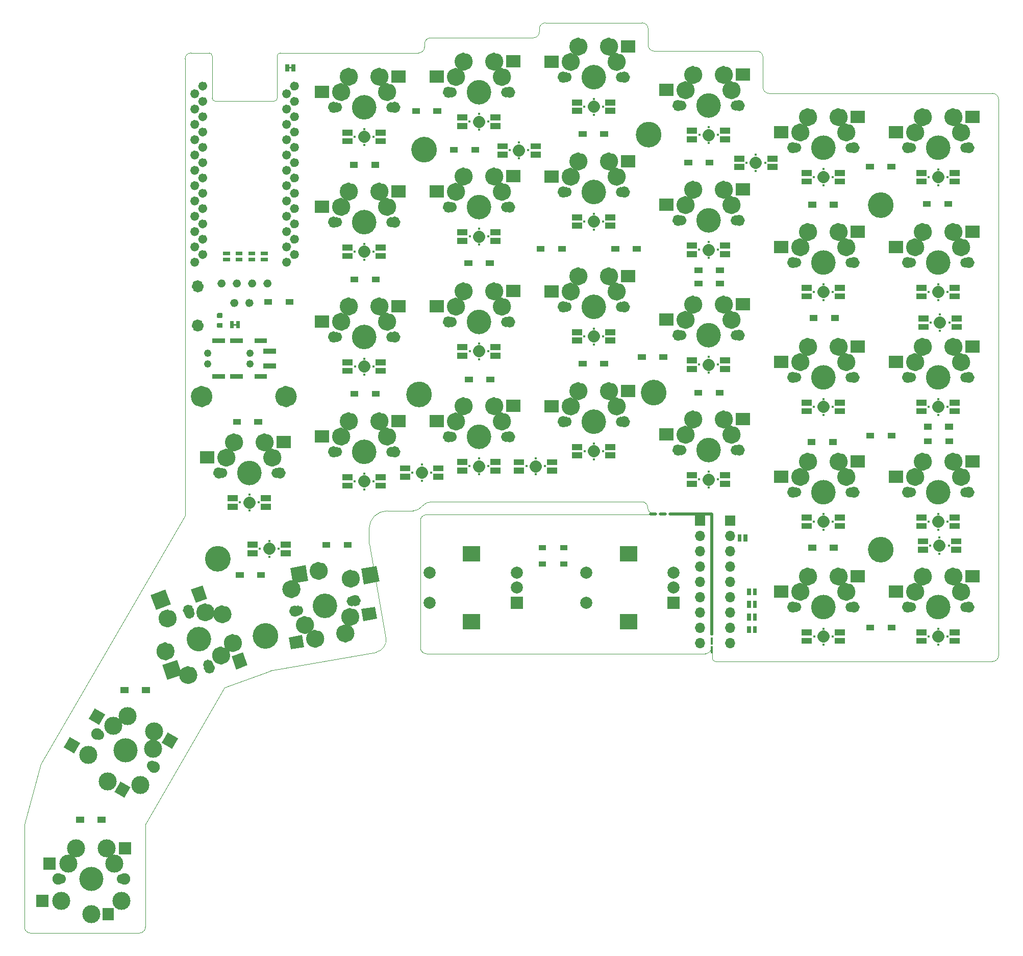
<source format=gbr>
%TF.GenerationSoftware,KiCad,Pcbnew,(6.0.4-0)*%
%TF.CreationDate,2022-10-26T23:43:41+09:00*%
%TF.ProjectId,mtk64_R_rev2,6d746b36-345f-4525-9f72-6576322e6b69,rev?*%
%TF.SameCoordinates,Original*%
%TF.FileFunction,Soldermask,Bot*%
%TF.FilePolarity,Negative*%
%FSLAX45Y45*%
G04 Gerber Fmt 4.5, Leading zero omitted, Abs format (unit mm)*
G04 Created by KiCad (PCBNEW (6.0.4-0)) date 2022-10-26 23:43:41*
%MOMM*%
%LPD*%
G01*
G04 APERTURE LIST*
G04 Aperture macros list*
%AMRotRect*
0 Rectangle, with rotation*
0 The origin of the aperture is its center*
0 $1 length*
0 $2 width*
0 $3 Rotation angle, in degrees counterclockwise*
0 Add horizontal line*
21,1,$1,$2,0,0,$3*%
%AMFreePoly0*
4,1,34,0.201078,0.979575,0.387516,0.921863,0.559193,0.829038,0.709571,0.704634,0.832921,0.553392,0.924546,0.381070,0.980955,0.194234,1.000000,0.000000,0.999610,-0.027922,0.975149,-0.221548,0.913545,-0.406737,0.817145,-0.576432,0.689620,-0.724172,0.535827,-0.844328,0.361625,-0.932324,0.173648,-0.984808,-0.020942,-0.999781,-0.214735,-0.976672,-0.400349,-0.916363,-0.570714,-0.821149,
-0.719340,-0.694658,-0.840567,-0.541708,-0.929776,-0.368125,-0.983571,-0.180519,-0.999903,0.013962,-0.978148,0.207912,-0.919135,0.393942,-0.825113,0.564967,-0.699663,0.714473,-0.547563,0.836764,-0.374607,0.927184,-0.187381,0.982287,0.006981,0.999976,0.201078,0.979575,0.201078,0.979575,$1*%
%AMFreePoly1*
4,1,16,0.044650,0.194952,0.124776,0.156304,0.180215,0.086732,0.200000,0.000000,0.199999,-0.000698,0.179912,-0.087360,0.124230,-0.156739,0.043969,-0.195107,-0.044990,-0.194874,-0.125049,-0.156086,-0.180367,-0.086417,-0.200000,0.000349,-0.180064,0.087046,-0.124503,0.156522,-0.044310,0.195030,0.044650,0.194952,0.044650,0.194952,$1*%
G04 Aperture macros list end*
%ADD10C,0.762000*%
%ADD11C,0.000000*%
%ADD12C,0.950000*%
%ADD13C,2.050000*%
%ADD14C,0.850000*%
%ADD15C,2.150000*%
%ADD16C,1.800000*%
%ADD17C,1.500000*%
%ADD18C,0.600000*%
%ADD19C,0.698500*%
%ADD20C,1.000000*%
%TA.AperFunction,Profile*%
%ADD21C,0.050000*%
%TD*%
%ADD22R,1.300000X0.950000*%
%ADD23FreePoly0,0.000000*%
%ADD24FreePoly1,0.000000*%
%ADD25C,1.700000*%
%ADD26C,3.000000*%
%ADD27C,1.900000*%
%ADD28C,4.000000*%
%ADD29RotRect,2.000000X2.000000X150.000000*%
%ADD30RotRect,1.900000X2.000000X150.000000*%
%ADD31O,1.310000X0.510000*%
%ADD32R,1.700000X1.700000*%
%ADD33O,1.700000X1.700000*%
%ADD34R,2.000000X2.000000*%
%ADD35R,1.900000X2.000000*%
%ADD36O,0.410000X1.210000*%
%ADD37C,2.000000*%
%ADD38R,3.000000X2.500000*%
%ADD39C,1.210000*%
%ADD40O,1.800000X0.700000*%
%ADD41O,0.510000X20.410000*%
%ADD42O,7.410000X0.510000*%
%ADD43R,1.400000X1.000000*%
G04 APERTURE END LIST*
D10*
X9022870Y-6684000D02*
G75*
G03*
X9022870Y-6684000I-38100J0D01*
G01*
D11*
G36*
X15416000Y-5241970D02*
G01*
X15246000Y-5241970D01*
X15246000Y-5141970D01*
X15416000Y-5141970D01*
X15416000Y-5241970D01*
G37*
D12*
X10446500Y-11197000D02*
G75*
G03*
X10446500Y-11197000I-47500J0D01*
G01*
D13*
X21423500Y-9611970D02*
G75*
G03*
X21423500Y-9611970I-102500J0D01*
G01*
D10*
X9155510Y-6557000D02*
G75*
G03*
X9155510Y-6557000I-38100J0D01*
G01*
D14*
X15198500Y-10347000D02*
G75*
G03*
X15198500Y-10347000I-42500J0D01*
G01*
D11*
G36*
X15021000Y-6378970D02*
G01*
X14791000Y-6378970D01*
X14791000Y-6178970D01*
X15021000Y-6178970D01*
X15021000Y-6378970D01*
G37*
G36*
X17871000Y-11287000D02*
G01*
X17701000Y-11287000D01*
X17701000Y-11187000D01*
X17871000Y-11187000D01*
X17871000Y-11287000D01*
G37*
G36*
X14175900Y-5827470D02*
G01*
X14005900Y-5827470D01*
X14005900Y-5727470D01*
X14175900Y-5727470D01*
X14175900Y-5827470D01*
G37*
G36*
X10803385Y-14083412D02*
G01*
X10576879Y-14123351D01*
X10542150Y-13926390D01*
X10768656Y-13886451D01*
X10803385Y-14083412D01*
G37*
D15*
X12897800Y-5834470D02*
G75*
G03*
X12897800Y-5834470I-107500J0D01*
G01*
D11*
G36*
X21681000Y-10082000D02*
G01*
X21511000Y-10082000D01*
X21511000Y-9982000D01*
X21681000Y-9982000D01*
X21681000Y-10082000D01*
G37*
G36*
X18212712Y-13854092D02*
G01*
X18149212Y-13854092D01*
X18149212Y-13739792D01*
X18212712Y-13739792D01*
X18212712Y-13854092D01*
G37*
D16*
X9188910Y-9929470D02*
G75*
G03*
X9188910Y-9929470I-90000J0D01*
G01*
D14*
X20913500Y-7706970D02*
G75*
G03*
X20913500Y-7706970I-42500J0D01*
G01*
D12*
X18066500Y-8911970D02*
G75*
G03*
X18066500Y-8911970I-47500J0D01*
G01*
D14*
X21813500Y-13422000D02*
G75*
G03*
X21813500Y-13422000I-42500J0D01*
G01*
D11*
G36*
X15966000Y-7006970D02*
G01*
X15796000Y-7006970D01*
X15796000Y-6906970D01*
X15966000Y-6906970D01*
X15966000Y-7006970D01*
G37*
G36*
X16383500Y-7524470D02*
G01*
X16253500Y-7524470D01*
X16253500Y-7429470D01*
X16383500Y-7429470D01*
X16383500Y-7524470D01*
G37*
D14*
X18003500Y-7006970D02*
G75*
G03*
X18003500Y-7006970I-42500J0D01*
G01*
D11*
G36*
X16926000Y-10659000D02*
G01*
X16696000Y-10659000D01*
X16696000Y-10459000D01*
X16926000Y-10459000D01*
X16926000Y-10659000D01*
G37*
G36*
X16926000Y-6848970D02*
G01*
X16696000Y-6848970D01*
X16696000Y-6648970D01*
X16926000Y-6648970D01*
X16926000Y-6848970D01*
G37*
G36*
X11588500Y-12434500D02*
G01*
X11458500Y-12434500D01*
X11458500Y-12339500D01*
X11588500Y-12339500D01*
X11588500Y-12434500D01*
G37*
D12*
X9274496Y-14430764D02*
G75*
G03*
X9274496Y-14430764I-47500J0D01*
G01*
D17*
X21650000Y-9103970D02*
G75*
G03*
X21650000Y-9103970I-75000J0D01*
G01*
D11*
G36*
X22006000Y-13010000D02*
G01*
X21776000Y-13010000D01*
X21776000Y-12810000D01*
X22006000Y-12810000D01*
X22006000Y-13010000D01*
G37*
D17*
X8573831Y-14155192D02*
G75*
G03*
X8573831Y-14155192I-75000J0D01*
G01*
D14*
X19908500Y-9611970D02*
G75*
G03*
X19908500Y-9611970I-42500J0D01*
G01*
D11*
G36*
X10576000Y-10785000D02*
G01*
X10346000Y-10785000D01*
X10346000Y-10585000D01*
X10576000Y-10585000D01*
X10576000Y-10785000D01*
G37*
D10*
X9155510Y-6303000D02*
G75*
G03*
X9155510Y-6303000I-38100J0D01*
G01*
D14*
X20913500Y-13422000D02*
G75*
G03*
X20913500Y-13422000I-42500J0D01*
G01*
D13*
X11898500Y-5131970D02*
G75*
G03*
X11898500Y-5131970I-102500J0D01*
G01*
D17*
X12125000Y-6528970D02*
G75*
G03*
X12125000Y-6528970I-75000J0D01*
G01*
D11*
G36*
X16823500Y-9324470D02*
G01*
X16693500Y-9324470D01*
X16693500Y-9229470D01*
X16823500Y-9229470D01*
X16823500Y-9324470D01*
G37*
D14*
X16098500Y-4631970D02*
G75*
G03*
X16098500Y-4631970I-42500J0D01*
G01*
D17*
X17332000Y-10309000D02*
G75*
G03*
X17332000Y-10309000I-75000J0D01*
G01*
D12*
X16161500Y-10347000D02*
G75*
G03*
X16161500Y-10347000I-47500J0D01*
G01*
D17*
X11117748Y-12820663D02*
G75*
G03*
X11117748Y-12820663I-75000J0D01*
G01*
D11*
G36*
X20101000Y-5389970D02*
G01*
X19871000Y-5389970D01*
X19871000Y-5189970D01*
X20101000Y-5189970D01*
X20101000Y-5389970D01*
G37*
G36*
X10198150Y-7688758D02*
G01*
X10083850Y-7688758D01*
X10083850Y-7625258D01*
X10198150Y-7625258D01*
X10198150Y-7688758D01*
G37*
G36*
X11211000Y-8783970D02*
G01*
X10981000Y-8783970D01*
X10981000Y-8583970D01*
X11211000Y-8583970D01*
X11211000Y-8783970D01*
G37*
D10*
X9155510Y-4779000D02*
G75*
G03*
X9155510Y-4779000I-38100J0D01*
G01*
D11*
G36*
X9485410Y-9637000D02*
G01*
X9275410Y-9637000D01*
X9275410Y-9557000D01*
X9485410Y-9557000D01*
X9485410Y-9637000D01*
G37*
D17*
X15427000Y-9839000D02*
G75*
G03*
X15427000Y-9839000I-75000J0D01*
G01*
D13*
X15708500Y-6536970D02*
G75*
G03*
X15708500Y-6536970I-102500J0D01*
G01*
D11*
G36*
X9785410Y-9637000D02*
G01*
X9575410Y-9637000D01*
X9575410Y-9557000D01*
X9785410Y-9557000D01*
X9785410Y-9637000D01*
G37*
G36*
X14175900Y-5967470D02*
G01*
X14005900Y-5967470D01*
X14005900Y-5867470D01*
X14175900Y-5867470D01*
X14175900Y-5967470D01*
G37*
D10*
X10677510Y-5541000D02*
G75*
G03*
X10677510Y-5541000I-38100J0D01*
G01*
D14*
X19008500Y-7706970D02*
G75*
G03*
X19008500Y-7706970I-42500J0D01*
G01*
D11*
G36*
X9732788Y-8794120D02*
G01*
X9669288Y-8794120D01*
X9669288Y-8679820D01*
X9732788Y-8679820D01*
X9732788Y-8794120D01*
G37*
D12*
X21876500Y-5801970D02*
G75*
G03*
X21876500Y-5801970I-47500J0D01*
G01*
D13*
X11898500Y-8941970D02*
G75*
G03*
X11898500Y-8941970I-102500J0D01*
G01*
D11*
G36*
X10335410Y-9217000D02*
G01*
X10125410Y-9217000D01*
X10125410Y-9137000D01*
X10335410Y-9137000D01*
X10335410Y-9217000D01*
G37*
D12*
X14256500Y-10597000D02*
G75*
G03*
X14256500Y-10597000I-47500J0D01*
G01*
D11*
G36*
X19286500Y-10730500D02*
G01*
X19156500Y-10730500D01*
X19156500Y-10635500D01*
X19286500Y-10635500D01*
X19286500Y-10730500D01*
G37*
D12*
X15145500Y-10347000D02*
G75*
G03*
X15145500Y-10347000I-47500J0D01*
G01*
D11*
G36*
X19776000Y-11987000D02*
G01*
X19606000Y-11987000D01*
X19606000Y-11887000D01*
X19776000Y-11887000D01*
X19776000Y-11987000D01*
G37*
D17*
X17840000Y-4593970D02*
G75*
G03*
X17840000Y-4593970I-75000J0D01*
G01*
D12*
X17050500Y-7006970D02*
G75*
G03*
X17050500Y-7006970I-47500J0D01*
G01*
X20860500Y-13422000D02*
G75*
G03*
X20860500Y-13422000I-47500J0D01*
G01*
D11*
G36*
X17593500Y-6094470D02*
G01*
X17463500Y-6094470D01*
X17463500Y-5999470D01*
X17593500Y-5999470D01*
X17593500Y-6094470D01*
G37*
D17*
X13395000Y-4627970D02*
G75*
G03*
X13395000Y-4627970I-75000J0D01*
G01*
D11*
G36*
X19226000Y-8176970D02*
G01*
X19056000Y-8176970D01*
X19056000Y-8076970D01*
X19226000Y-8076970D01*
X19226000Y-8176970D01*
G37*
D12*
X17050500Y-8911970D02*
G75*
G03*
X17050500Y-8911970I-47500J0D01*
G01*
D13*
X13803500Y-4881970D02*
G75*
G03*
X13803500Y-4881970I-102500J0D01*
G01*
D11*
G36*
X11606000Y-9551970D02*
G01*
X11436000Y-9551970D01*
X11436000Y-9451970D01*
X11606000Y-9451970D01*
X11606000Y-9551970D01*
G37*
D14*
X17103500Y-7006970D02*
G75*
G03*
X17103500Y-7006970I-42500J0D01*
G01*
D17*
X21015000Y-5547970D02*
G75*
G03*
X21015000Y-5547970I-75000J0D01*
G01*
X9712000Y-10689000D02*
G75*
G03*
X9712000Y-10689000I-75000J0D01*
G01*
D11*
G36*
X18196000Y-6594970D02*
G01*
X17966000Y-6594970D01*
X17966000Y-6394970D01*
X18196000Y-6394970D01*
X18196000Y-6594970D01*
G37*
G36*
X16291000Y-6124970D02*
G01*
X16061000Y-6124970D01*
X16061000Y-5924970D01*
X16291000Y-5924970D01*
X16291000Y-6124970D01*
G37*
D17*
X17840000Y-6498970D02*
G75*
G03*
X17840000Y-6498970I-75000J0D01*
G01*
D11*
G36*
X14386000Y-10185000D02*
G01*
X14156000Y-10185000D01*
X14156000Y-9985000D01*
X14386000Y-9985000D01*
X14386000Y-10185000D01*
G37*
D17*
X17967000Y-10563000D02*
G75*
G03*
X17967000Y-10563000I-75000J0D01*
G01*
D14*
X19908500Y-5801970D02*
G75*
G03*
X19908500Y-5801970I-42500J0D01*
G01*
D12*
X14256500Y-8691970D02*
G75*
G03*
X14256500Y-8691970I-47500J0D01*
G01*
D11*
G36*
X19226000Y-10222000D02*
G01*
X19056000Y-10222000D01*
X19056000Y-10122000D01*
X19226000Y-10122000D01*
X19226000Y-10222000D01*
G37*
D15*
X9475010Y-12620500D02*
G75*
G03*
X9475010Y-12620500I-107500J0D01*
G01*
D11*
G36*
X17321000Y-9521970D02*
G01*
X17151000Y-9521970D01*
X17151000Y-9421970D01*
X17321000Y-9421970D01*
X17321000Y-9521970D01*
G37*
D12*
X13240500Y-8691970D02*
G75*
G03*
X13240500Y-8691970I-47500J0D01*
G01*
D11*
G36*
X17321000Y-7616970D02*
G01*
X17151000Y-7616970D01*
X17151000Y-7516970D01*
X17321000Y-7516970D01*
X17321000Y-7616970D01*
G37*
G36*
X10581000Y-12577000D02*
G01*
X10411000Y-12577000D01*
X10411000Y-12477000D01*
X10581000Y-12477000D01*
X10581000Y-12577000D01*
G37*
D10*
X9155510Y-7573000D02*
G75*
G03*
X9155510Y-7573000I-38100J0D01*
G01*
D11*
G36*
X10268500Y-8404470D02*
G01*
X10138500Y-8404470D01*
X10138500Y-8309470D01*
X10268500Y-8309470D01*
X10268500Y-8404470D01*
G37*
G36*
X9431973Y-8709774D02*
G01*
X9435340Y-8710676D01*
X9438500Y-8712149D01*
X9441356Y-8714149D01*
X9443821Y-8716614D01*
X9445821Y-8719470D01*
X9447294Y-8722630D01*
X9448196Y-8725997D01*
X9448500Y-8729470D01*
X9448500Y-8769470D01*
X9448196Y-8772943D01*
X9447294Y-8776310D01*
X9445821Y-8779470D01*
X9443821Y-8782326D01*
X9441356Y-8784791D01*
X9438500Y-8786791D01*
X9435340Y-8788264D01*
X9431973Y-8789166D01*
X9428500Y-8789470D01*
X9373500Y-8789470D01*
X9370027Y-8789166D01*
X9366660Y-8788264D01*
X9363500Y-8786791D01*
X9360644Y-8784791D01*
X9358179Y-8782326D01*
X9356179Y-8779470D01*
X9354706Y-8776310D01*
X9353804Y-8772943D01*
X9353500Y-8769470D01*
X9353500Y-8729470D01*
X9353804Y-8725997D01*
X9354706Y-8722630D01*
X9356179Y-8719470D01*
X9358179Y-8716614D01*
X9360644Y-8714149D01*
X9363500Y-8712149D01*
X9366660Y-8710676D01*
X9370027Y-8709774D01*
X9373500Y-8709470D01*
X9428500Y-8709470D01*
X9431973Y-8709774D01*
G37*
D12*
X19971500Y-13422000D02*
G75*
G03*
X19971500Y-13422000I-47500J0D01*
G01*
D10*
X10677510Y-7573000D02*
G75*
G03*
X10677510Y-7573000I-38100J0D01*
G01*
D11*
G36*
X12156000Y-7506970D02*
G01*
X11986000Y-7506970D01*
X11986000Y-7406970D01*
X12156000Y-7406970D01*
X12156000Y-7506970D01*
G37*
G36*
X21153900Y-12380500D02*
G01*
X20983900Y-12380500D01*
X20983900Y-12280500D01*
X21153900Y-12280500D01*
X21153900Y-12380500D01*
G37*
D12*
X21876500Y-13422000D02*
G75*
G03*
X21876500Y-13422000I-47500J0D01*
G01*
D11*
G36*
X19653500Y-6794470D02*
G01*
X19523500Y-6794470D01*
X19523500Y-6699470D01*
X19653500Y-6699470D01*
X19653500Y-6794470D01*
G37*
D15*
X12814200Y-9894470D02*
G75*
G03*
X12814200Y-9894470I-107500J0D01*
G01*
D11*
G36*
X12156000Y-7646970D02*
G01*
X11986000Y-7646970D01*
X11986000Y-7546970D01*
X12156000Y-7546970D01*
X12156000Y-7646970D01*
G37*
D14*
X21813500Y-7706970D02*
G75*
G03*
X21813500Y-7706970I-42500J0D01*
G01*
D13*
X17613500Y-10817000D02*
G75*
G03*
X17613500Y-10817000I-102500J0D01*
G01*
D16*
X10588900Y-9929470D02*
G75*
G03*
X10588900Y-9929470I-90000J0D01*
G01*
D11*
G36*
X12009984Y-13612738D02*
G01*
X11783479Y-13652677D01*
X11748749Y-13455716D01*
X11975255Y-13415776D01*
X12009984Y-13612738D01*
G37*
G36*
X10103500Y-10394500D02*
G01*
X9973500Y-10394500D01*
X9973500Y-10299500D01*
X10103500Y-10299500D01*
X10103500Y-10394500D01*
G37*
D17*
X11639518Y-13585681D02*
G75*
G03*
X11639518Y-13585681I-75000J0D01*
G01*
X17332000Y-4593970D02*
G75*
G03*
X17332000Y-4593970I-75000J0D01*
G01*
D15*
X16707800Y-9864470D02*
G75*
G03*
X16707800Y-9864470I-107500J0D01*
G01*
D14*
X12288500Y-7036970D02*
G75*
G03*
X12288500Y-7036970I-42500J0D01*
G01*
D11*
G36*
X21681000Y-11987000D02*
G01*
X21511000Y-11987000D01*
X21511000Y-11887000D01*
X21681000Y-11887000D01*
X21681000Y-11987000D01*
G37*
D12*
X18066500Y-10817000D02*
G75*
G03*
X18066500Y-10817000I-47500J0D01*
G01*
D17*
X14030000Y-6278970D02*
G75*
G03*
X14030000Y-6278970I-75000J0D01*
G01*
X21142000Y-9103970D02*
G75*
G03*
X21142000Y-9103970I-75000J0D01*
G01*
D11*
G36*
X9431973Y-8544774D02*
G01*
X9435340Y-8545676D01*
X9438500Y-8547149D01*
X9441356Y-8549149D01*
X9443821Y-8551614D01*
X9445821Y-8554470D01*
X9447294Y-8557630D01*
X9448196Y-8560997D01*
X9448500Y-8564470D01*
X9448500Y-8604470D01*
X9448196Y-8607943D01*
X9447294Y-8611310D01*
X9445821Y-8614470D01*
X9443821Y-8617326D01*
X9441356Y-8619791D01*
X9438500Y-8621791D01*
X9435340Y-8623264D01*
X9431973Y-8624166D01*
X9428500Y-8624470D01*
X9373500Y-8624470D01*
X9370027Y-8624166D01*
X9366660Y-8623264D01*
X9363500Y-8621791D01*
X9360644Y-8619791D01*
X9358179Y-8617326D01*
X9356179Y-8614470D01*
X9354706Y-8611310D01*
X9353804Y-8607943D01*
X9353500Y-8604470D01*
X9353500Y-8564470D01*
X9353804Y-8560997D01*
X9354706Y-8557630D01*
X9356179Y-8554470D01*
X9358179Y-8551614D01*
X9360644Y-8549149D01*
X9363500Y-8547149D01*
X9366660Y-8545676D01*
X9370027Y-8544774D01*
X9373500Y-8544470D01*
X9428500Y-8544470D01*
X9431973Y-8544774D01*
G37*
G36*
X20736000Y-5643970D02*
G01*
X20506000Y-5643970D01*
X20506000Y-5443970D01*
X20736000Y-5443970D01*
X20736000Y-5643970D01*
G37*
G36*
X9306000Y-11039000D02*
G01*
X9076000Y-11039000D01*
X9076000Y-10839000D01*
X9306000Y-10839000D01*
X9306000Y-11039000D01*
G37*
D17*
X9518741Y-13540972D02*
G75*
G03*
X9518741Y-13540972I-75000J0D01*
G01*
X19872000Y-9357970D02*
G75*
G03*
X19872000Y-9357970I-75000J0D01*
G01*
D12*
X20860500Y-5801970D02*
G75*
G03*
X20860500Y-5801970I-47500J0D01*
G01*
D11*
G36*
X12053500Y-8034470D02*
G01*
X11923500Y-8034470D01*
X11923500Y-7939470D01*
X12053500Y-7939470D01*
X12053500Y-8034470D01*
G37*
G36*
X11211000Y-4973970D02*
G01*
X10981000Y-4973970D01*
X10981000Y-4773970D01*
X11211000Y-4773970D01*
X11211000Y-4973970D01*
G37*
D12*
X9430500Y-11197000D02*
G75*
G03*
X9430500Y-11197000I-47500J0D01*
G01*
D11*
G36*
X10552712Y-4534120D02*
G01*
X10489212Y-4534120D01*
X10489212Y-4419820D01*
X10552712Y-4419820D01*
X10552712Y-4534120D01*
G37*
G36*
X9778150Y-7588682D02*
G01*
X9663850Y-7588682D01*
X9663850Y-7525182D01*
X9778150Y-7525182D01*
X9778150Y-7588682D01*
G37*
D13*
X19518500Y-9611970D02*
G75*
G03*
X19518500Y-9611970I-102500J0D01*
G01*
D17*
X14157000Y-6532970D02*
G75*
G03*
X14157000Y-6532970I-75000J0D01*
G01*
D11*
G36*
X21681000Y-6411970D02*
G01*
X21511000Y-6411970D01*
X21511000Y-6311970D01*
X21681000Y-6311970D01*
X21681000Y-6411970D01*
G37*
G36*
X17321000Y-5571970D02*
G01*
X17151000Y-5571970D01*
X17151000Y-5471970D01*
X17321000Y-5471970D01*
X17321000Y-5571970D01*
G37*
G36*
X12156000Y-9411970D02*
G01*
X11986000Y-9411970D01*
X11986000Y-9311970D01*
X12156000Y-9311970D01*
X12156000Y-9411970D01*
G37*
G36*
X13348500Y-5884470D02*
G01*
X13218500Y-5884470D01*
X13218500Y-5789470D01*
X13348500Y-5789470D01*
X13348500Y-5884470D01*
G37*
D13*
X11898500Y-10847000D02*
G75*
G03*
X11898500Y-10847000I-102500J0D01*
G01*
D11*
G36*
X21198500Y-6784470D02*
G01*
X21068500Y-6784470D01*
X21068500Y-6689470D01*
X21198500Y-6689470D01*
X21198500Y-6784470D01*
G37*
D18*
X9930410Y-9212000D02*
G75*
G03*
X9930410Y-9212000I-30000J0D01*
G01*
D17*
X12125000Y-4623970D02*
G75*
G03*
X12125000Y-4623970I-75000J0D01*
G01*
D11*
G36*
X18312788Y-13854092D02*
G01*
X18249288Y-13854092D01*
X18249288Y-13739792D01*
X18312788Y-13739792D01*
X18312788Y-13854092D01*
G37*
G36*
X15416000Y-5101970D02*
G01*
X15246000Y-5101970D01*
X15246000Y-5001970D01*
X15416000Y-5001970D01*
X15416000Y-5101970D01*
G37*
D14*
X16098500Y-8441970D02*
G75*
G03*
X16098500Y-8441970I-42500J0D01*
G01*
D11*
G36*
X13703500Y-5884470D02*
G01*
X13573500Y-5884470D01*
X13573500Y-5789470D01*
X13703500Y-5789470D01*
X13703500Y-5884470D01*
G37*
D14*
X10744537Y-13479842D02*
G75*
G03*
X10744537Y-13479842I-42500J0D01*
G01*
D11*
G36*
X18831000Y-9453970D02*
G01*
X18601000Y-9453970D01*
X18601000Y-9253970D01*
X18831000Y-9253970D01*
X18831000Y-9453970D01*
G37*
D12*
X18066500Y-7006970D02*
G75*
G03*
X18066500Y-7006970I-47500J0D01*
G01*
D17*
X9585000Y-10943000D02*
G75*
G03*
X9585000Y-10943000I-75000J0D01*
G01*
D19*
X9675925Y-8376970D02*
G75*
G03*
X9675925Y-8376970I-34925J0D01*
G01*
D11*
G36*
X21703900Y-12380500D02*
G01*
X21533900Y-12380500D01*
X21533900Y-12280500D01*
X21703900Y-12280500D01*
X21703900Y-12380500D01*
G37*
G36*
X19298500Y-6794470D02*
G01*
X19168500Y-6794470D01*
X19168500Y-6699470D01*
X19298500Y-6699470D01*
X19298500Y-6794470D01*
G37*
G36*
X15966000Y-5241970D02*
G01*
X15796000Y-5241970D01*
X15796000Y-5141970D01*
X15966000Y-5141970D01*
X15966000Y-5241970D01*
G37*
D14*
X19908500Y-7706970D02*
G75*
G03*
X19908500Y-7706970I-42500J0D01*
G01*
D11*
G36*
X18196000Y-4689970D02*
G01*
X17966000Y-4689970D01*
X17966000Y-4489970D01*
X18196000Y-4489970D01*
X18196000Y-4689970D01*
G37*
G36*
X12048940Y-12998644D02*
G01*
X11792890Y-13043792D01*
X11747741Y-12787742D01*
X12003791Y-12742594D01*
X12048940Y-12998644D01*
G37*
D17*
X21777000Y-13168000D02*
G75*
G03*
X21777000Y-13168000I-75000J0D01*
G01*
D11*
G36*
X18312788Y-13434092D02*
G01*
X18249288Y-13434092D01*
X18249288Y-13319792D01*
X18312788Y-13319792D01*
X18312788Y-13434092D01*
G37*
G36*
X13116000Y-8533970D02*
G01*
X12886000Y-8533970D01*
X12886000Y-8333970D01*
X13116000Y-8333970D01*
X13116000Y-8533970D01*
G37*
D17*
X19110000Y-13168000D02*
G75*
G03*
X19110000Y-13168000I-75000J0D01*
G01*
D11*
G36*
X12156000Y-5601970D02*
G01*
X11986000Y-5601970D01*
X11986000Y-5501970D01*
X12156000Y-5501970D01*
X12156000Y-5601970D01*
G37*
G36*
X16468500Y-9324470D02*
G01*
X16338500Y-9324470D01*
X16338500Y-9229470D01*
X16468500Y-9229470D01*
X16468500Y-9324470D01*
G37*
G36*
X13110900Y-11170500D02*
G01*
X12940900Y-11170500D01*
X12940900Y-11070500D01*
X13110900Y-11070500D01*
X13110900Y-11170500D01*
G37*
D10*
X9155510Y-6049000D02*
G75*
G03*
X9155510Y-6049000I-38100J0D01*
G01*
D17*
X11490000Y-8687970D02*
G75*
G03*
X11490000Y-8687970I-75000J0D01*
G01*
D11*
G36*
X11606000Y-7506970D02*
G01*
X11436000Y-7506970D01*
X11436000Y-7406970D01*
X11606000Y-7406970D01*
X11606000Y-7506970D01*
G37*
D13*
X19518500Y-11517000D02*
G75*
G03*
X19518500Y-11517000I-102500J0D01*
G01*
D11*
G36*
X17408500Y-8104470D02*
G01*
X17278500Y-8104470D01*
X17278500Y-8009470D01*
X17408500Y-8009470D01*
X17408500Y-8104470D01*
G37*
G36*
X20258500Y-10624500D02*
G01*
X20128500Y-10624500D01*
X20128500Y-10529500D01*
X20258500Y-10529500D01*
X20258500Y-10624500D01*
G37*
D17*
X19745000Y-7198970D02*
G75*
G03*
X19745000Y-7198970I-75000J0D01*
G01*
D10*
X9155510Y-5033000D02*
G75*
G03*
X9155510Y-5033000I-38100J0D01*
G01*
X10546870Y-5922000D02*
G75*
G03*
X10546870Y-5922000I-38100J0D01*
G01*
D11*
G36*
X18155500Y-12334092D02*
G01*
X18092000Y-12334092D01*
X18092000Y-12219792D01*
X18155500Y-12219792D01*
X18155500Y-12334092D01*
G37*
D12*
X13240500Y-4881970D02*
G75*
G03*
X13240500Y-4881970I-47500J0D01*
G01*
D11*
G36*
X12481000Y-6624970D02*
G01*
X12251000Y-6624970D01*
X12251000Y-6424970D01*
X12481000Y-6424970D01*
X12481000Y-6624970D01*
G37*
D12*
X15145500Y-8441970D02*
G75*
G03*
X15145500Y-8441970I-47500J0D01*
G01*
D11*
G36*
X15416000Y-9051970D02*
G01*
X15246000Y-9051970D01*
X15246000Y-8951970D01*
X15416000Y-8951970D01*
X15416000Y-9051970D01*
G37*
D17*
X15300000Y-6282970D02*
G75*
G03*
X15300000Y-6282970I-75000J0D01*
G01*
D11*
G36*
X18831000Y-5643970D02*
G01*
X18601000Y-5643970D01*
X18601000Y-5443970D01*
X18831000Y-5443970D01*
X18831000Y-5643970D01*
G37*
D17*
X8573831Y-14155192D02*
G75*
G03*
X8573831Y-14155192I-75000J0D01*
G01*
D10*
X10546870Y-5414000D02*
G75*
G03*
X10546870Y-5414000I-38100J0D01*
G01*
D13*
X13803500Y-8691970D02*
G75*
G03*
X13803500Y-8691970I-102500J0D01*
G01*
D17*
X17205000Y-6752970D02*
G75*
G03*
X17205000Y-6752970I-75000J0D01*
G01*
X17840000Y-10309000D02*
G75*
G03*
X17840000Y-10309000I-75000J0D01*
G01*
D11*
G36*
X19776000Y-10082000D02*
G01*
X19606000Y-10082000D01*
X19606000Y-9982000D01*
X19776000Y-9982000D01*
X19776000Y-10082000D01*
G37*
D17*
X13395000Y-10343000D02*
G75*
G03*
X13395000Y-10343000I-75000J0D01*
G01*
D11*
G36*
X20613500Y-10624500D02*
G01*
X20483500Y-10624500D01*
X20483500Y-10529500D01*
X20613500Y-10529500D01*
X20613500Y-10624500D01*
G37*
G36*
X13511000Y-9301970D02*
G01*
X13341000Y-9301970D01*
X13341000Y-9201970D01*
X13511000Y-9201970D01*
X13511000Y-9301970D01*
G37*
D12*
X21876500Y-11517000D02*
G75*
G03*
X21876500Y-11517000I-47500J0D01*
G01*
D17*
X21142000Y-7198970D02*
G75*
G03*
X21142000Y-7198970I-75000J0D01*
G01*
D11*
G36*
X21681000Y-6271970D02*
G01*
X21511000Y-6271970D01*
X21511000Y-6171970D01*
X21681000Y-6171970D01*
X21681000Y-6271970D01*
G37*
G36*
X19318500Y-8674470D02*
G01*
X19188500Y-8674470D01*
X19188500Y-8579470D01*
X19318500Y-8579470D01*
X19318500Y-8674470D01*
G37*
D12*
X10692418Y-13489913D02*
G75*
G03*
X10692418Y-13489913I-47500J0D01*
G01*
D17*
X15935000Y-6028970D02*
G75*
G03*
X15935000Y-6028970I-75000J0D01*
G01*
D11*
G36*
X14725900Y-5827470D02*
G01*
X14555900Y-5827470D01*
X14555900Y-5727470D01*
X14725900Y-5727470D01*
X14725900Y-5827470D01*
G37*
G36*
X12156000Y-11317000D02*
G01*
X11986000Y-11317000D01*
X11986000Y-11217000D01*
X12156000Y-11217000D01*
X12156000Y-11317000D01*
G37*
G36*
X14061000Y-5491970D02*
G01*
X13891000Y-5491970D01*
X13891000Y-5391970D01*
X14061000Y-5391970D01*
X14061000Y-5491970D01*
G37*
G36*
X12156000Y-5741970D02*
G01*
X11986000Y-5741970D01*
X11986000Y-5641970D01*
X12156000Y-5641970D01*
X12156000Y-5741970D01*
G37*
G36*
X14386000Y-8279970D02*
G01*
X14156000Y-8279970D01*
X14156000Y-8079970D01*
X14386000Y-8079970D01*
X14386000Y-8279970D01*
G37*
D17*
X16062000Y-10093000D02*
G75*
G03*
X16062000Y-10093000I-75000J0D01*
G01*
D11*
G36*
X15001000Y-11209000D02*
G01*
X14831000Y-11209000D01*
X14831000Y-11109000D01*
X15001000Y-11109000D01*
X15001000Y-11209000D01*
G37*
G36*
X12043500Y-6134470D02*
G01*
X11913500Y-6134470D01*
X11913500Y-6039470D01*
X12043500Y-6039470D01*
X12043500Y-6134470D01*
G37*
G36*
X13116000Y-4723970D02*
G01*
X12886000Y-4723970D01*
X12886000Y-4523970D01*
X13116000Y-4523970D01*
X13116000Y-4723970D01*
G37*
D10*
X9022870Y-7192000D02*
G75*
G03*
X9022870Y-7192000I-38100J0D01*
G01*
D11*
G36*
X11211000Y-10689000D02*
G01*
X10981000Y-10689000D01*
X10981000Y-10489000D01*
X11211000Y-10489000D01*
X11211000Y-10689000D01*
G37*
G36*
X14061000Y-9301970D02*
G01*
X13891000Y-9301970D01*
X13891000Y-9201970D01*
X14061000Y-9201970D01*
X14061000Y-9301970D01*
G37*
D12*
X16161500Y-8441970D02*
G75*
G03*
X16161500Y-8441970I-47500J0D01*
G01*
D11*
G36*
X14061000Y-7396970D02*
G01*
X13891000Y-7396970D01*
X13891000Y-7296970D01*
X14061000Y-7296970D01*
X14061000Y-7396970D01*
G37*
D17*
X16062000Y-4377970D02*
G75*
G03*
X16062000Y-4377970I-75000J0D01*
G01*
X11648354Y-12950497D02*
G75*
G03*
X11648354Y-12950497I-75000J0D01*
G01*
D12*
X12351500Y-8941970D02*
G75*
G03*
X12351500Y-8941970I-47500J0D01*
G01*
D17*
X15935000Y-4123970D02*
G75*
G03*
X15935000Y-4123970I-75000J0D01*
G01*
D10*
X10677510Y-6557000D02*
G75*
G03*
X10677510Y-6557000I-38100J0D01*
G01*
D20*
X9084500Y-8101470D02*
G75*
G03*
X9084500Y-8101470I-50000J0D01*
G01*
D11*
G36*
X12560900Y-11310500D02*
G01*
X12390900Y-11310500D01*
X12390900Y-11210500D01*
X12560900Y-11210500D01*
X12560900Y-11310500D01*
G37*
G36*
X10251000Y-11667000D02*
G01*
X10081000Y-11667000D01*
X10081000Y-11567000D01*
X10251000Y-11567000D01*
X10251000Y-11667000D01*
G37*
G36*
X17321000Y-11287000D02*
G01*
X17151000Y-11287000D01*
X17151000Y-11187000D01*
X17321000Y-11187000D01*
X17321000Y-11287000D01*
G37*
D14*
X19008500Y-5801970D02*
G75*
G03*
X19008500Y-5801970I-42500J0D01*
G01*
D11*
G36*
X13945500Y-7764470D02*
G01*
X13815500Y-7764470D01*
X13815500Y-7669470D01*
X13945500Y-7669470D01*
X13945500Y-7764470D01*
G37*
D12*
X12351500Y-5131970D02*
G75*
G03*
X12351500Y-5131970I-47500J0D01*
G01*
D10*
X10546870Y-7700000D02*
G75*
G03*
X10546870Y-7700000I-38100J0D01*
G01*
D11*
G36*
X15966000Y-8911970D02*
G01*
X15796000Y-8911970D01*
X15796000Y-8811970D01*
X15966000Y-8811970D01*
X15966000Y-8911970D01*
G37*
D17*
X10663546Y-13124145D02*
G75*
G03*
X10663546Y-13124145I-75000J0D01*
G01*
X11490000Y-4877970D02*
G75*
G03*
X11490000Y-4877970I-75000J0D01*
G01*
D11*
G36*
X20257500Y-13810500D02*
G01*
X20127500Y-13810500D01*
X20127500Y-13715500D01*
X20257500Y-13715500D01*
X20257500Y-13810500D01*
G37*
D17*
X21015000Y-9357970D02*
G75*
G03*
X21015000Y-9357970I-75000J0D01*
G01*
X19745000Y-5293970D02*
G75*
G03*
X19745000Y-5293970I-75000J0D01*
G01*
D11*
G36*
X21131000Y-11987000D02*
G01*
X20961000Y-11987000D01*
X20961000Y-11887000D01*
X21131000Y-11887000D01*
X21131000Y-11987000D01*
G37*
G36*
X13511000Y-7396970D02*
G01*
X13341000Y-7396970D01*
X13341000Y-7296970D01*
X13511000Y-7296970D01*
X13511000Y-7396970D01*
G37*
G36*
X18312788Y-13224092D02*
G01*
X18249288Y-13224092D01*
X18249288Y-13109792D01*
X18312788Y-13109792D01*
X18312788Y-13224092D01*
G37*
G36*
X21131000Y-14032000D02*
G01*
X20961000Y-14032000D01*
X20961000Y-13932000D01*
X21131000Y-13932000D01*
X21131000Y-14032000D01*
G37*
D14*
X13293500Y-4881970D02*
G75*
G03*
X13293500Y-4881970I-42500J0D01*
G01*
D17*
X11617000Y-4623970D02*
G75*
G03*
X11617000Y-4623970I-75000J0D01*
G01*
X21015000Y-13168000D02*
G75*
G03*
X21015000Y-13168000I-75000J0D01*
G01*
D13*
X9993500Y-11197000D02*
G75*
G03*
X9993500Y-11197000I-102500J0D01*
G01*
X21423500Y-7706970D02*
G75*
G03*
X21423500Y-7706970I-102500J0D01*
G01*
X11247700Y-13401700D02*
G75*
G03*
X11247700Y-13401700I-102500J0D01*
G01*
D11*
G36*
X17321000Y-11427000D02*
G01*
X17151000Y-11427000D01*
X17151000Y-11327000D01*
X17321000Y-11327000D01*
X17321000Y-11427000D01*
G37*
D14*
X14193500Y-10597000D02*
G75*
G03*
X14193500Y-10597000I-42500J0D01*
G01*
D10*
X10546870Y-6938000D02*
G75*
G03*
X10546870Y-6938000I-38100J0D01*
G01*
D11*
G36*
X21212500Y-10476500D02*
G01*
X21082500Y-10476500D01*
X21082500Y-10381500D01*
X21212500Y-10381500D01*
X21212500Y-10476500D01*
G37*
D17*
X8951574Y-14549794D02*
G75*
G03*
X8951574Y-14549794I-75000J0D01*
G01*
X14030000Y-8183970D02*
G75*
G03*
X14030000Y-8183970I-75000J0D01*
G01*
D18*
X9930410Y-9387000D02*
G75*
G03*
X9930410Y-9387000I-30000J0D01*
G01*
D11*
G36*
X19776000Y-8176970D02*
G01*
X19606000Y-8176970D01*
X19606000Y-8076970D01*
X19776000Y-8076970D01*
X19776000Y-8176970D01*
G37*
D17*
X12252000Y-6782970D02*
G75*
G03*
X12252000Y-6782970I-75000J0D01*
G01*
X17205000Y-8657970D02*
G75*
G03*
X17205000Y-8657970I-75000J0D01*
G01*
D11*
G36*
X22006000Y-5389970D02*
G01*
X21776000Y-5389970D01*
X21776000Y-5189970D01*
X22006000Y-5189970D01*
X22006000Y-5389970D01*
G37*
G36*
X21161900Y-8684470D02*
G01*
X20991900Y-8684470D01*
X20991900Y-8584470D01*
X21161900Y-8584470D01*
X21161900Y-8684470D01*
G37*
G36*
X14451000Y-11069000D02*
G01*
X14281000Y-11069000D01*
X14281000Y-10969000D01*
X14451000Y-10969000D01*
X14451000Y-11069000D01*
G37*
G36*
X15966000Y-10817000D02*
G01*
X15796000Y-10817000D01*
X15796000Y-10717000D01*
X15966000Y-10717000D01*
X15966000Y-10817000D01*
G37*
G36*
X15001000Y-11069000D02*
G01*
X14831000Y-11069000D01*
X14831000Y-10969000D01*
X15001000Y-10969000D01*
X15001000Y-11069000D01*
G37*
D14*
X9483500Y-11197000D02*
G75*
G03*
X9483500Y-11197000I-42500J0D01*
G01*
D11*
G36*
X21711900Y-8684470D02*
G01*
X21541900Y-8684470D01*
X21541900Y-8584470D01*
X21711900Y-8584470D01*
X21711900Y-8684470D01*
G37*
D13*
X17613500Y-5101970D02*
G75*
G03*
X17613500Y-5101970I-102500J0D01*
G01*
D11*
G36*
X21681000Y-8176970D02*
G01*
X21511000Y-8176970D01*
X21511000Y-8076970D01*
X21681000Y-8076970D01*
X21681000Y-8176970D01*
G37*
G36*
X9701000Y-11807000D02*
G01*
X9531000Y-11807000D01*
X9531000Y-11707000D01*
X9701000Y-11707000D01*
X9701000Y-11807000D01*
G37*
G36*
X17871000Y-9381970D02*
G01*
X17701000Y-9381970D01*
X17701000Y-9281970D01*
X17871000Y-9281970D01*
X17871000Y-9381970D01*
G37*
D17*
X13522000Y-4373970D02*
G75*
G03*
X13522000Y-4373970I-75000J0D01*
G01*
D14*
X14193500Y-4881970D02*
G75*
G03*
X14193500Y-4881970I-42500J0D01*
G01*
D11*
G36*
X21681000Y-10222000D02*
G01*
X21511000Y-10222000D01*
X21511000Y-10122000D01*
X21681000Y-10122000D01*
X21681000Y-10222000D01*
G37*
G36*
X20736000Y-7548970D02*
G01*
X20506000Y-7548970D01*
X20506000Y-7348970D01*
X20736000Y-7348970D01*
X20736000Y-7548970D01*
G37*
D12*
X14256500Y-4881970D02*
G75*
G03*
X14256500Y-4881970I-47500J0D01*
G01*
D11*
G36*
X18196000Y-8499970D02*
G01*
X17966000Y-8499970D01*
X17966000Y-8299970D01*
X18196000Y-8299970D01*
X18196000Y-8499970D01*
G37*
D10*
X9022870Y-6938000D02*
G75*
G03*
X9022870Y-6938000I-38100J0D01*
G01*
D11*
G36*
X19226000Y-6411970D02*
G01*
X19056000Y-6411970D01*
X19056000Y-6311970D01*
X19226000Y-6311970D01*
X19226000Y-6411970D01*
G37*
G36*
X19226000Y-12127000D02*
G01*
X19056000Y-12127000D01*
X19056000Y-12027000D01*
X19226000Y-12027000D01*
X19226000Y-12127000D01*
G37*
D14*
X17103500Y-8911970D02*
G75*
G03*
X17103500Y-8911970I-42500J0D01*
G01*
D11*
G36*
X19776000Y-8316970D02*
G01*
X19606000Y-8316970D01*
X19606000Y-8216970D01*
X19776000Y-8216970D01*
X19776000Y-8316970D01*
G37*
G36*
X18654900Y-6033470D02*
G01*
X18484900Y-6033470D01*
X18484900Y-5933470D01*
X18654900Y-5933470D01*
X18654900Y-6033470D01*
G37*
D17*
X21650000Y-11009000D02*
G75*
G03*
X21650000Y-11009000I-75000J0D01*
G01*
D11*
G36*
X18831000Y-11359000D02*
G01*
X18601000Y-11359000D01*
X18601000Y-11159000D01*
X18831000Y-11159000D01*
X18831000Y-11359000D01*
G37*
G36*
X13590500Y-7764470D02*
G01*
X13460500Y-7764470D01*
X13460500Y-7669470D01*
X13590500Y-7669470D01*
X13590500Y-7764470D01*
G37*
D14*
X18003500Y-10817000D02*
G75*
G03*
X18003500Y-10817000I-42500J0D01*
G01*
D17*
X19872000Y-11263000D02*
G75*
G03*
X19872000Y-11263000I-75000J0D01*
G01*
D14*
X21813500Y-11517000D02*
G75*
G03*
X21813500Y-11517000I-42500J0D01*
G01*
X11388500Y-7036970D02*
G75*
G03*
X11388500Y-7036970I-42500J0D01*
G01*
D12*
X20860500Y-9611970D02*
G75*
G03*
X20860500Y-9611970I-47500J0D01*
G01*
D17*
X19745000Y-12914000D02*
G75*
G03*
X19745000Y-12914000I-75000J0D01*
G01*
D12*
X12351500Y-7036970D02*
G75*
G03*
X12351500Y-7036970I-47500J0D01*
G01*
D11*
G36*
X18055424Y-12334092D02*
G01*
X17991924Y-12334092D01*
X17991924Y-12219792D01*
X18055424Y-12219792D01*
X18055424Y-12334092D01*
G37*
D18*
X9230410Y-9212000D02*
G75*
G03*
X9230410Y-9212000I-30000J0D01*
G01*
D12*
X14256500Y-6786970D02*
G75*
G03*
X14256500Y-6786970I-47500J0D01*
G01*
D14*
X13293500Y-8691970D02*
G75*
G03*
X13293500Y-8691970I-42500J0D01*
G01*
D17*
X19110000Y-7452970D02*
G75*
G03*
X19110000Y-7452970I-75000J0D01*
G01*
X15935000Y-9839000D02*
G75*
G03*
X15935000Y-9839000I-75000J0D01*
G01*
D11*
G36*
X11211000Y-6878970D02*
G01*
X10981000Y-6878970D01*
X10981000Y-6678970D01*
X11211000Y-6678970D01*
X11211000Y-6878970D01*
G37*
D17*
X15427000Y-4123970D02*
G75*
G03*
X15427000Y-4123970I-75000J0D01*
G01*
D11*
G36*
X19776000Y-6271970D02*
G01*
X19606000Y-6271970D01*
X19606000Y-6171970D01*
X19776000Y-6171970D01*
X19776000Y-6271970D01*
G37*
D12*
X20860500Y-11517000D02*
G75*
G03*
X20860500Y-11517000I-47500J0D01*
G01*
D11*
G36*
X10590050Y-4489470D02*
G01*
X10551950Y-4489470D01*
X10551950Y-4464470D01*
X10590050Y-4464470D01*
X10590050Y-4489470D01*
G37*
D13*
X19518500Y-5801970D02*
G75*
G03*
X19518500Y-5801970I-102500J0D01*
G01*
D14*
X14193500Y-8691970D02*
G75*
G03*
X14193500Y-8691970I-42500J0D01*
G01*
D10*
X10677510Y-5795000D02*
G75*
G03*
X10677510Y-5795000I-38100J0D01*
G01*
D11*
G36*
X11606000Y-9411970D02*
G01*
X11436000Y-9411970D01*
X11436000Y-9311970D01*
X11606000Y-9311970D01*
X11606000Y-9411970D01*
G37*
D19*
X9971335Y-8054000D02*
G75*
G03*
X9971335Y-8054000I-34925J0D01*
G01*
D13*
X17613500Y-7006970D02*
G75*
G03*
X17613500Y-7006970I-102500J0D01*
G01*
D11*
G36*
X21131000Y-10082000D02*
G01*
X20961000Y-10082000D01*
X20961000Y-9982000D01*
X21131000Y-9982000D01*
X21131000Y-10082000D01*
G37*
D14*
X21813500Y-9611970D02*
G75*
G03*
X21813500Y-9611970I-42500J0D01*
G01*
D17*
X17332000Y-8403970D02*
G75*
G03*
X17332000Y-8403970I-75000J0D01*
G01*
D11*
G36*
X9748500Y-10394500D02*
G01*
X9618500Y-10394500D01*
X9618500Y-10299500D01*
X9748500Y-10299500D01*
X9748500Y-10394500D01*
G37*
D12*
X18955500Y-7706970D02*
G75*
G03*
X18955500Y-7706970I-47500J0D01*
G01*
D14*
X18003500Y-8911970D02*
G75*
G03*
X18003500Y-8911970I-42500J0D01*
G01*
D11*
G36*
X12481000Y-4719970D02*
G01*
X12251000Y-4719970D01*
X12251000Y-4519970D01*
X12481000Y-4519970D01*
X12481000Y-4719970D01*
G37*
G36*
X14061000Y-11207000D02*
G01*
X13891000Y-11207000D01*
X13891000Y-11107000D01*
X14061000Y-11107000D01*
X14061000Y-11207000D01*
G37*
D17*
X17840000Y-8403970D02*
G75*
G03*
X17840000Y-8403970I-75000J0D01*
G01*
D10*
X10546870Y-7446000D02*
G75*
G03*
X10546870Y-7446000I-38100J0D01*
G01*
D11*
G36*
X13511000Y-5491970D02*
G01*
X13341000Y-5491970D01*
X13341000Y-5391970D01*
X13511000Y-5391970D01*
X13511000Y-5491970D01*
G37*
G36*
X19776000Y-6411970D02*
G01*
X19606000Y-6411970D01*
X19606000Y-6311970D01*
X19776000Y-6311970D01*
X19776000Y-6411970D01*
G37*
D10*
X10677510Y-5033000D02*
G75*
G03*
X10677510Y-5033000I-38100J0D01*
G01*
D11*
G36*
X13511000Y-5351970D02*
G01*
X13341000Y-5351970D01*
X13341000Y-5251970D01*
X13511000Y-5251970D01*
X13511000Y-5351970D01*
G37*
D17*
X19237000Y-5293970D02*
G75*
G03*
X19237000Y-5293970I-75000J0D01*
G01*
X14030000Y-4373970D02*
G75*
G03*
X14030000Y-4373970I-75000J0D01*
G01*
D11*
G36*
X14061000Y-7256970D02*
G01*
X13891000Y-7256970D01*
X13891000Y-7156970D01*
X14061000Y-7156970D01*
X14061000Y-7256970D01*
G37*
G36*
X19653500Y-12484500D02*
G01*
X19523500Y-12484500D01*
X19523500Y-12389500D01*
X19653500Y-12389500D01*
X19653500Y-12484500D01*
G37*
G36*
X21161900Y-8824470D02*
G01*
X20991900Y-8824470D01*
X20991900Y-8724470D01*
X21161900Y-8724470D01*
X21161900Y-8824470D01*
G37*
D17*
X9236622Y-13508504D02*
G75*
G03*
X9236622Y-13508504I-75000J0D01*
G01*
D11*
G36*
X19226000Y-11987000D02*
G01*
X19056000Y-11987000D01*
X19056000Y-11887000D01*
X19226000Y-11887000D01*
X19226000Y-11987000D01*
G37*
D12*
X16161500Y-6536970D02*
G75*
G03*
X16161500Y-6536970I-47500J0D01*
G01*
D17*
X14157000Y-4627970D02*
G75*
G03*
X14157000Y-4627970I-75000J0D01*
G01*
D14*
X19908500Y-13422000D02*
G75*
G03*
X19908500Y-13422000I-42500J0D01*
G01*
X14193500Y-6786970D02*
G75*
G03*
X14193500Y-6786970I-42500J0D01*
G01*
D10*
X10677510Y-7319000D02*
G75*
G03*
X10677510Y-7319000I-38100J0D01*
G01*
D12*
X13240500Y-6786970D02*
G75*
G03*
X13240500Y-6786970I-47500J0D01*
G01*
D14*
X21813500Y-5801970D02*
G75*
G03*
X21813500Y-5801970I-42500J0D01*
G01*
D10*
X9155510Y-6811000D02*
G75*
G03*
X9155510Y-6811000I-38100J0D01*
G01*
D12*
X18955500Y-11517000D02*
G75*
G03*
X18955500Y-11517000I-47500J0D01*
G01*
D11*
G36*
X13116000Y-10439000D02*
G01*
X12886000Y-10439000D01*
X12886000Y-10239000D01*
X13116000Y-10239000D01*
X13116000Y-10439000D01*
G37*
D12*
X15145500Y-6536970D02*
G75*
G03*
X15145500Y-6536970I-47500J0D01*
G01*
X17050500Y-10817000D02*
G75*
G03*
X17050500Y-10817000I-47500J0D01*
G01*
D17*
X19745000Y-11009000D02*
G75*
G03*
X19745000Y-11009000I-75000J0D01*
G01*
D11*
G36*
X21681000Y-8316970D02*
G01*
X21511000Y-8316970D01*
X21511000Y-8216970D01*
X21681000Y-8216970D01*
X21681000Y-8316970D01*
G37*
D17*
X15935000Y-7933970D02*
G75*
G03*
X15935000Y-7933970I-75000J0D01*
G01*
D11*
G36*
X20101000Y-7294970D02*
G01*
X19871000Y-7294970D01*
X19871000Y-7094970D01*
X20101000Y-7094970D01*
X20101000Y-7294970D01*
G37*
D17*
X12252000Y-10593000D02*
G75*
G03*
X12252000Y-10593000I-75000J0D01*
G01*
D11*
G36*
X18654900Y-6173470D02*
G01*
X18484900Y-6173470D01*
X18484900Y-6073470D01*
X18654900Y-6073470D01*
X18654900Y-6173470D01*
G37*
G36*
X13511000Y-11067000D02*
G01*
X13341000Y-11067000D01*
X13341000Y-10967000D01*
X13511000Y-10967000D01*
X13511000Y-11067000D01*
G37*
D17*
X12252000Y-4877970D02*
G75*
G03*
X12252000Y-4877970I-75000J0D01*
G01*
D14*
X16098500Y-6536970D02*
G75*
G03*
X16098500Y-6536970I-42500J0D01*
G01*
D11*
G36*
X9568150Y-7588682D02*
G01*
X9453850Y-7588682D01*
X9453850Y-7525182D01*
X9568150Y-7525182D01*
X9568150Y-7588682D01*
G37*
D17*
X14157000Y-8437970D02*
G75*
G03*
X14157000Y-8437970I-75000J0D01*
G01*
D14*
X20913500Y-11517000D02*
G75*
G03*
X20913500Y-11517000I-42500J0D01*
G01*
D11*
G36*
X12560900Y-11170500D02*
G01*
X12390900Y-11170500D01*
X12390900Y-11070500D01*
X12560900Y-11070500D01*
X12560900Y-11170500D01*
G37*
G36*
X9796500Y-12939500D02*
G01*
X9666500Y-12939500D01*
X9666500Y-12844500D01*
X9796500Y-12844500D01*
X9796500Y-12939500D01*
G37*
D17*
X19110000Y-9357970D02*
G75*
G03*
X19110000Y-9357970I-75000J0D01*
G01*
X11617000Y-8433970D02*
G75*
G03*
X11617000Y-8433970I-75000J0D01*
G01*
X10220000Y-10689000D02*
G75*
G03*
X10220000Y-10689000I-75000J0D01*
G01*
D11*
G36*
X10335410Y-9462000D02*
G01*
X10125410Y-9462000D01*
X10125410Y-9382000D01*
X10335410Y-9382000D01*
X10335410Y-9462000D01*
G37*
D14*
X20913500Y-9611970D02*
G75*
G03*
X20913500Y-9611970I-42500J0D01*
G01*
D12*
X11335500Y-10847000D02*
G75*
G03*
X11335500Y-10847000I-47500J0D01*
G01*
D10*
X10546870Y-6430000D02*
G75*
G03*
X10546870Y-6430000I-38100J0D01*
G01*
D11*
G36*
X13511000Y-11207000D02*
G01*
X13341000Y-11207000D01*
X13341000Y-11107000D01*
X13511000Y-11107000D01*
X13511000Y-11207000D01*
G37*
D17*
X16062000Y-6282970D02*
G75*
G03*
X16062000Y-6282970I-75000J0D01*
G01*
X14030000Y-10089000D02*
G75*
G03*
X14030000Y-10089000I-75000J0D01*
G01*
D11*
G36*
X19226000Y-6271970D02*
G01*
X19056000Y-6271970D01*
X19056000Y-6171970D01*
X19226000Y-6171970D01*
X19226000Y-6271970D01*
G37*
D17*
X21650000Y-5293970D02*
G75*
G03*
X21650000Y-5293970I-75000J0D01*
G01*
D14*
X13293500Y-10597000D02*
G75*
G03*
X13293500Y-10597000I-42500J0D01*
G01*
D17*
X19110000Y-11263000D02*
G75*
G03*
X19110000Y-11263000I-75000J0D01*
G01*
D11*
G36*
X14788500Y-7524470D02*
G01*
X14658500Y-7524470D01*
X14658500Y-7429470D01*
X14788500Y-7429470D01*
X14788500Y-7524470D01*
G37*
G36*
X16291000Y-4219970D02*
G01*
X16061000Y-4219970D01*
X16061000Y-4019970D01*
X16291000Y-4019970D01*
X16291000Y-4219970D01*
G37*
G36*
X9785410Y-9042000D02*
G01*
X9575410Y-9042000D01*
X9575410Y-8962000D01*
X9785410Y-8962000D01*
X9785410Y-9042000D01*
G37*
G36*
X15966000Y-7146970D02*
G01*
X15796000Y-7146970D01*
X15796000Y-7046970D01*
X15966000Y-7046970D01*
X15966000Y-7146970D01*
G37*
G36*
X15416000Y-10957000D02*
G01*
X15246000Y-10957000D01*
X15246000Y-10857000D01*
X15416000Y-10857000D01*
X15416000Y-10957000D01*
G37*
D14*
X16098500Y-10347000D02*
G75*
G03*
X16098500Y-10347000I-42500J0D01*
G01*
D11*
G36*
X22006000Y-11105000D02*
G01*
X21776000Y-11105000D01*
X21776000Y-10905000D01*
X22006000Y-10905000D01*
X22006000Y-11105000D01*
G37*
G36*
X19776000Y-13892000D02*
G01*
X19606000Y-13892000D01*
X19606000Y-13792000D01*
X19776000Y-13792000D01*
X19776000Y-13892000D01*
G37*
G36*
X15966000Y-10957000D02*
G01*
X15796000Y-10957000D01*
X15796000Y-10857000D01*
X15966000Y-10857000D01*
X15966000Y-10957000D01*
G37*
D17*
X17332000Y-6498970D02*
G75*
G03*
X17332000Y-6498970I-75000J0D01*
G01*
D11*
G36*
X11606000Y-5601970D02*
G01*
X11436000Y-5601970D01*
X11436000Y-5501970D01*
X11606000Y-5501970D01*
X11606000Y-5601970D01*
G37*
G36*
X16926000Y-8753970D02*
G01*
X16696000Y-8753970D01*
X16696000Y-8553970D01*
X16926000Y-8553970D01*
X16926000Y-8753970D01*
G37*
D12*
X18955500Y-9611970D02*
G75*
G03*
X18955500Y-9611970I-47500J0D01*
G01*
D11*
G36*
X15843500Y-5624470D02*
G01*
X15713500Y-5624470D01*
X15713500Y-5529470D01*
X15843500Y-5529470D01*
X15843500Y-5624470D01*
G37*
G36*
X21553500Y-6784470D02*
G01*
X21423500Y-6784470D01*
X21423500Y-6689470D01*
X21553500Y-6689470D01*
X21553500Y-6784470D01*
G37*
G36*
X17758500Y-9914470D02*
G01*
X17628500Y-9914470D01*
X17628500Y-9819470D01*
X17758500Y-9819470D01*
X17758500Y-9914470D01*
G37*
D12*
X11335500Y-7036970D02*
G75*
G03*
X11335500Y-7036970I-47500J0D01*
G01*
D11*
G36*
X20736000Y-9453970D02*
G01*
X20506000Y-9453970D01*
X20506000Y-9253970D01*
X20736000Y-9253970D01*
X20736000Y-9453970D01*
G37*
G36*
X17321000Y-5711970D02*
G01*
X17151000Y-5711970D01*
X17151000Y-5611970D01*
X17321000Y-5611970D01*
X17321000Y-5711970D01*
G37*
D19*
X10225335Y-8054000D02*
G75*
G03*
X10225335Y-8054000I-34925J0D01*
G01*
D14*
X11388500Y-8941970D02*
G75*
G03*
X11388500Y-8941970I-42500J0D01*
G01*
D17*
X10347000Y-10943000D02*
G75*
G03*
X10347000Y-10943000I-75000J0D01*
G01*
D11*
G36*
X18196000Y-10405000D02*
G01*
X17966000Y-10405000D01*
X17966000Y-10205000D01*
X18196000Y-10205000D01*
X18196000Y-10405000D01*
G37*
G36*
X15488500Y-5624470D02*
G01*
X15358500Y-5624470D01*
X15358500Y-5529470D01*
X15488500Y-5529470D01*
X15488500Y-5624470D01*
G37*
G36*
X17763500Y-8104470D02*
G01*
X17633500Y-8104470D01*
X17633500Y-8009470D01*
X17763500Y-8009470D01*
X17763500Y-8104470D01*
G37*
G36*
X17403500Y-9914470D02*
G01*
X17273500Y-9914470D01*
X17273500Y-9819470D01*
X17403500Y-9819470D01*
X17403500Y-9914470D01*
G37*
D10*
X9155510Y-7319000D02*
G75*
G03*
X9155510Y-7319000I-38100J0D01*
G01*
D13*
X13803500Y-6786970D02*
G75*
G03*
X13803500Y-6786970I-102500J0D01*
G01*
D11*
G36*
X17871000Y-7476970D02*
G01*
X17701000Y-7476970D01*
X17701000Y-7376970D01*
X17871000Y-7376970D01*
X17871000Y-7476970D01*
G37*
G36*
X17871000Y-5571970D02*
G01*
X17701000Y-5571970D01*
X17701000Y-5471970D01*
X17871000Y-5471970D01*
X17871000Y-5571970D01*
G37*
D12*
X19971500Y-5801970D02*
G75*
G03*
X19971500Y-5801970I-47500J0D01*
G01*
D11*
G36*
X14386000Y-6374970D02*
G01*
X14156000Y-6374970D01*
X14156000Y-6174970D01*
X14386000Y-6174970D01*
X14386000Y-6374970D01*
G37*
D17*
X11558554Y-13857876D02*
G75*
G03*
X11558554Y-13857876I-75000J0D01*
G01*
X17967000Y-8657970D02*
G75*
G03*
X17967000Y-8657970I-75000J0D01*
G01*
D11*
G36*
X19641500Y-10730500D02*
G01*
X19511500Y-10730500D01*
X19511500Y-10635500D01*
X19641500Y-10635500D01*
X19641500Y-10730500D01*
G37*
G36*
X9988150Y-7588682D02*
G01*
X9873850Y-7588682D01*
X9873850Y-7525182D01*
X9988150Y-7525182D01*
X9988150Y-7588682D01*
G37*
G36*
X12481000Y-10435000D02*
G01*
X12251000Y-10435000D01*
X12251000Y-10235000D01*
X12481000Y-10235000D01*
X12481000Y-10435000D01*
G37*
D10*
X9022870Y-6176000D02*
G75*
G03*
X9022870Y-6176000I-38100J0D01*
G01*
D11*
G36*
X16028500Y-7524470D02*
G01*
X15898500Y-7524470D01*
X15898500Y-7429470D01*
X16028500Y-7429470D01*
X16028500Y-7524470D01*
G37*
D17*
X16062000Y-8187970D02*
G75*
G03*
X16062000Y-8187970I-75000J0D01*
G01*
D10*
X9155510Y-5795000D02*
G75*
G03*
X9155510Y-5795000I-38100J0D01*
G01*
D11*
G36*
X13116000Y-6628970D02*
G01*
X12886000Y-6628970D01*
X12886000Y-6428970D01*
X13116000Y-6428970D01*
X13116000Y-6628970D01*
G37*
G36*
X21131000Y-10222000D02*
G01*
X20961000Y-10222000D01*
X20961000Y-10122000D01*
X21131000Y-10122000D01*
X21131000Y-10222000D01*
G37*
D12*
X11692982Y-13313487D02*
G75*
G03*
X11692982Y-13313487I-47500J0D01*
G01*
D11*
G36*
X21131000Y-12127000D02*
G01*
X20961000Y-12127000D01*
X20961000Y-12027000D01*
X21131000Y-12027000D01*
X21131000Y-12127000D01*
G37*
G36*
X18212712Y-13434092D02*
G01*
X18149212Y-13434092D01*
X18149212Y-13319792D01*
X18212712Y-13319792D01*
X18212712Y-13434092D01*
G37*
D17*
X12125000Y-10339000D02*
G75*
G03*
X12125000Y-10339000I-75000J0D01*
G01*
D11*
G36*
X10185410Y-9637000D02*
G01*
X9975410Y-9637000D01*
X9975410Y-9557000D01*
X10185410Y-9557000D01*
X10185410Y-9637000D01*
G37*
G36*
X17871000Y-5711970D02*
G01*
X17701000Y-5711970D01*
X17701000Y-5611970D01*
X17871000Y-5611970D01*
X17871000Y-5711970D01*
G37*
G36*
X20612500Y-13810500D02*
G01*
X20482500Y-13810500D01*
X20482500Y-13715500D01*
X20612500Y-13715500D01*
X20612500Y-13810500D01*
G37*
D10*
X10677510Y-5287000D02*
G75*
G03*
X10677510Y-5287000I-38100J0D01*
G01*
D17*
X10889095Y-13718001D02*
G75*
G03*
X10889095Y-13718001I-75000J0D01*
G01*
D11*
G36*
X21131000Y-6271970D02*
G01*
X20961000Y-6271970D01*
X20961000Y-6171970D01*
X21131000Y-6171970D01*
X21131000Y-6271970D01*
G37*
D14*
X12288500Y-10847000D02*
G75*
G03*
X12288500Y-10847000I-42500J0D01*
G01*
D11*
G36*
X9568150Y-7688758D02*
G01*
X9453850Y-7688758D01*
X9453850Y-7625258D01*
X9568150Y-7625258D01*
X9568150Y-7688758D01*
G37*
D10*
X10677510Y-6303000D02*
G75*
G03*
X10677510Y-6303000I-38100J0D01*
G01*
D17*
X11617000Y-6528970D02*
G75*
G03*
X11617000Y-6528970I-75000J0D01*
G01*
D11*
G36*
X14451000Y-11209000D02*
G01*
X14281000Y-11209000D01*
X14281000Y-11109000D01*
X14451000Y-11109000D01*
X14451000Y-11209000D01*
G37*
G36*
X18104900Y-6033470D02*
G01*
X17934900Y-6033470D01*
X17934900Y-5933470D01*
X18104900Y-5933470D01*
X18104900Y-6033470D01*
G37*
D10*
X9022870Y-5160000D02*
G75*
G03*
X9022870Y-5160000I-38100J0D01*
G01*
D15*
X10266400Y-13900800D02*
G75*
G03*
X10266400Y-13900800I-107500J0D01*
G01*
D12*
X11335500Y-8941970D02*
G75*
G03*
X11335500Y-8941970I-47500J0D01*
G01*
X17050500Y-5101970D02*
G75*
G03*
X17050500Y-5101970I-47500J0D01*
G01*
D11*
G36*
X15416000Y-10817000D02*
G01*
X15246000Y-10817000D01*
X15246000Y-10717000D01*
X15416000Y-10717000D01*
X15416000Y-10817000D01*
G37*
G36*
X15966000Y-9051970D02*
G01*
X15796000Y-9051970D01*
X15796000Y-8951970D01*
X15966000Y-8951970D01*
X15966000Y-9051970D01*
G37*
D10*
X9022870Y-5668000D02*
G75*
G03*
X9022870Y-5668000I-38100J0D01*
G01*
D11*
G36*
X11698500Y-8034470D02*
G01*
X11568500Y-8034470D01*
X11568500Y-7939470D01*
X11698500Y-7939470D01*
X11698500Y-8034470D01*
G37*
G36*
X22006000Y-7294970D02*
G01*
X21776000Y-7294970D01*
X21776000Y-7094970D01*
X22006000Y-7094970D01*
X22006000Y-7294970D01*
G37*
D17*
X15300000Y-8187970D02*
G75*
G03*
X15300000Y-8187970I-75000J0D01*
G01*
X13522000Y-8183970D02*
G75*
G03*
X13522000Y-8183970I-75000J0D01*
G01*
D13*
X21423500Y-13422000D02*
G75*
G03*
X21423500Y-13422000I-102500J0D01*
G01*
D17*
X21777000Y-7452970D02*
G75*
G03*
X21777000Y-7452970I-75000J0D01*
G01*
D13*
X11898500Y-7036970D02*
G75*
G03*
X11898500Y-7036970I-102500J0D01*
G01*
D11*
G36*
X9988150Y-7688758D02*
G01*
X9873850Y-7688758D01*
X9873850Y-7625258D01*
X9988150Y-7625258D01*
X9988150Y-7688758D01*
G37*
D17*
X19237000Y-9103970D02*
G75*
G03*
X19237000Y-9103970I-75000J0D01*
G01*
D14*
X11388500Y-5131970D02*
G75*
G03*
X11388500Y-5131970I-42500J0D01*
G01*
D17*
X13395000Y-6532970D02*
G75*
G03*
X13395000Y-6532970I-75000J0D01*
G01*
D11*
G36*
X11606000Y-7646970D02*
G01*
X11436000Y-7646970D01*
X11436000Y-7546970D01*
X11606000Y-7546970D01*
X11606000Y-7646970D01*
G37*
D10*
X10546870Y-6176000D02*
G75*
G03*
X10546870Y-6176000I-38100J0D01*
G01*
D11*
G36*
X19776000Y-12127000D02*
G01*
X19606000Y-12127000D01*
X19606000Y-12027000D01*
X19776000Y-12027000D01*
X19776000Y-12127000D01*
G37*
D19*
X9717335Y-8054000D02*
G75*
G03*
X9717335Y-8054000I-34925J0D01*
G01*
D10*
X9022870Y-5414000D02*
G75*
G03*
X9022870Y-5414000I-38100J0D01*
G01*
D11*
G36*
X12156000Y-11457000D02*
G01*
X11986000Y-11457000D01*
X11986000Y-11357000D01*
X12156000Y-11357000D01*
X12156000Y-11457000D01*
G37*
G36*
X21131000Y-8316970D02*
G01*
X20961000Y-8316970D01*
X20961000Y-8216970D01*
X21131000Y-8216970D01*
X21131000Y-8316970D01*
G37*
G36*
X17238500Y-6094470D02*
G01*
X17108500Y-6094470D01*
X17108500Y-5999470D01*
X17238500Y-5999470D01*
X17238500Y-6094470D01*
G37*
D13*
X21423500Y-11517000D02*
G75*
G03*
X21423500Y-11517000I-102500J0D01*
G01*
D11*
G36*
X19226000Y-14032000D02*
G01*
X19056000Y-14032000D01*
X19056000Y-13932000D01*
X19226000Y-13932000D01*
X19226000Y-14032000D01*
G37*
G36*
X18212712Y-13224092D02*
G01*
X18149212Y-13224092D01*
X18149212Y-13109792D01*
X18212712Y-13109792D01*
X18212712Y-13224092D01*
G37*
D17*
X21015000Y-7452970D02*
G75*
G03*
X21015000Y-7452970I-75000J0D01*
G01*
X8609554Y-13610101D02*
G75*
G03*
X8609554Y-13610101I-75000J0D01*
G01*
D11*
G36*
X11606000Y-11457000D02*
G01*
X11436000Y-11457000D01*
X11436000Y-11357000D01*
X11606000Y-11357000D01*
X11606000Y-11457000D01*
G37*
G36*
X9701000Y-11667000D02*
G01*
X9531000Y-11667000D01*
X9531000Y-11567000D01*
X9701000Y-11567000D01*
X9701000Y-11667000D01*
G37*
D12*
X8927004Y-13476036D02*
G75*
G03*
X8927004Y-13476036I-47500J0D01*
G01*
D10*
X9022870Y-7700000D02*
G75*
G03*
X9022870Y-7700000I-38100J0D01*
G01*
D11*
G36*
X12720500Y-5237470D02*
G01*
X12590500Y-5237470D01*
X12590500Y-5142470D01*
X12720500Y-5142470D01*
X12720500Y-5237470D01*
G37*
G36*
X21131000Y-8176970D02*
G01*
X20961000Y-8176970D01*
X20961000Y-8076970D01*
X21131000Y-8076970D01*
X21131000Y-8176970D01*
G37*
D14*
X12288500Y-8941970D02*
G75*
G03*
X12288500Y-8941970I-42500J0D01*
G01*
D11*
G36*
X21131000Y-13892000D02*
G01*
X20961000Y-13892000D01*
X20961000Y-13792000D01*
X21131000Y-13792000D01*
X21131000Y-13892000D01*
G37*
D19*
X9463335Y-8054000D02*
G75*
G03*
X9463335Y-8054000I-34925J0D01*
G01*
D11*
G36*
X19776000Y-10222000D02*
G01*
X19606000Y-10222000D01*
X19606000Y-10122000D01*
X19776000Y-10122000D01*
X19776000Y-10222000D01*
G37*
D10*
X10677510Y-4779000D02*
G75*
G03*
X10677510Y-4779000I-38100J0D01*
G01*
D13*
X9155750Y-13953400D02*
G75*
G03*
X9155750Y-13953400I-102500J0D01*
G01*
D12*
X12351500Y-10847000D02*
G75*
G03*
X12351500Y-10847000I-47500J0D01*
G01*
D11*
G36*
X20254500Y-6164470D02*
G01*
X20124500Y-6164470D01*
X20124500Y-6069470D01*
X20254500Y-6069470D01*
X20254500Y-6164470D01*
G37*
D19*
X9925925Y-8376970D02*
G75*
G03*
X9925925Y-8376970I-34925J0D01*
G01*
D12*
X18066500Y-5101970D02*
G75*
G03*
X18066500Y-5101970I-47500J0D01*
G01*
D11*
G36*
X17871000Y-7616970D02*
G01*
X17701000Y-7616970D01*
X17701000Y-7516970D01*
X17871000Y-7516970D01*
X17871000Y-7616970D01*
G37*
D13*
X17613500Y-8911970D02*
G75*
G03*
X17613500Y-8911970I-102500J0D01*
G01*
D10*
X10546870Y-5160000D02*
G75*
G03*
X10546870Y-5160000I-38100J0D01*
G01*
X10677510Y-6811000D02*
G75*
G03*
X10677510Y-6811000I-38100J0D01*
G01*
D14*
X11388500Y-10847000D02*
G75*
G03*
X11388500Y-10847000I-42500J0D01*
G01*
D11*
G36*
X13110900Y-11310500D02*
G01*
X12940900Y-11310500D01*
X12940900Y-11210500D01*
X13110900Y-11210500D01*
X13110900Y-11310500D01*
G37*
D17*
X19237000Y-7198970D02*
G75*
G03*
X19237000Y-7198970I-75000J0D01*
G01*
D11*
G36*
X19226000Y-10082000D02*
G01*
X19056000Y-10082000D01*
X19056000Y-9982000D01*
X19226000Y-9982000D01*
X19226000Y-10082000D01*
G37*
D17*
X21777000Y-9357970D02*
G75*
G03*
X21777000Y-9357970I-75000J0D01*
G01*
D10*
X9022870Y-5922000D02*
G75*
G03*
X9022870Y-5922000I-38100J0D01*
G01*
D11*
G36*
X10581000Y-12437000D02*
G01*
X10411000Y-12437000D01*
X10411000Y-12337000D01*
X10581000Y-12337000D01*
X10581000Y-12437000D01*
G37*
D12*
X19971500Y-7706970D02*
G75*
G03*
X19971500Y-7706970I-47500J0D01*
G01*
D14*
X15198500Y-6536970D02*
G75*
G03*
X15198500Y-6536970I-42500J0D01*
G01*
D10*
X9022870Y-6430000D02*
G75*
G03*
X9022870Y-6430000I-38100J0D01*
G01*
D17*
X13522000Y-6278970D02*
G75*
G03*
X13522000Y-6278970I-75000J0D01*
G01*
X15300000Y-4377970D02*
G75*
G03*
X15300000Y-4377970I-75000J0D01*
G01*
X17205000Y-10563000D02*
G75*
G03*
X17205000Y-10563000I-75000J0D01*
G01*
X17967000Y-6752970D02*
G75*
G03*
X17967000Y-6752970I-75000J0D01*
G01*
D10*
X10546870Y-5668000D02*
G75*
G03*
X10546870Y-5668000I-38100J0D01*
G01*
D11*
G36*
X21711900Y-8824470D02*
G01*
X21541900Y-8824470D01*
X21541900Y-8724470D01*
X21711900Y-8724470D01*
X21711900Y-8824470D01*
G37*
D14*
X12288500Y-5131970D02*
G75*
G03*
X12288500Y-5131970I-42500J0D01*
G01*
D17*
X13522000Y-10089000D02*
G75*
G03*
X13522000Y-10089000I-75000J0D01*
G01*
D13*
X15708500Y-10347000D02*
G75*
G03*
X15708500Y-10347000I-102500J0D01*
G01*
D11*
G36*
X20609500Y-6164470D02*
G01*
X20479500Y-6164470D01*
X20479500Y-6069470D01*
X20609500Y-6069470D01*
X20609500Y-6164470D01*
G37*
G36*
X15143500Y-7524470D02*
G01*
X15013500Y-7524470D01*
X15013500Y-7429470D01*
X15143500Y-7429470D01*
X15143500Y-7524470D01*
G37*
D12*
X11335500Y-5131970D02*
G75*
G03*
X11335500Y-5131970I-47500J0D01*
G01*
D11*
G36*
X8588310Y-13377700D02*
G01*
X8343990Y-13466625D01*
X8255064Y-13222305D01*
X8499384Y-13133380D01*
X8588310Y-13377700D01*
G37*
G36*
X9632712Y-8794120D02*
G01*
X9569212Y-8794120D01*
X9569212Y-8679820D01*
X9632712Y-8679820D01*
X9632712Y-8794120D01*
G37*
D12*
X16161500Y-4631970D02*
G75*
G03*
X16161500Y-4631970I-47500J0D01*
G01*
D17*
X15427000Y-6028970D02*
G75*
G03*
X15427000Y-6028970I-75000J0D01*
G01*
D11*
G36*
X12481000Y-8529970D02*
G01*
X12251000Y-8529970D01*
X12251000Y-8329970D01*
X12481000Y-8329970D01*
X12481000Y-8529970D01*
G37*
D14*
X19908500Y-11517000D02*
G75*
G03*
X19908500Y-11517000I-42500J0D01*
G01*
D17*
X11490000Y-10593000D02*
G75*
G03*
X11490000Y-10593000I-75000J0D01*
G01*
D14*
X18003500Y-5101970D02*
G75*
G03*
X18003500Y-5101970I-42500J0D01*
G01*
D13*
X19518500Y-7706970D02*
G75*
G03*
X19518500Y-7706970I-102500J0D01*
G01*
D11*
G36*
X10198150Y-7588682D02*
G01*
X10083850Y-7588682D01*
X10083850Y-7525182D01*
X10198150Y-7525182D01*
X10198150Y-7588682D01*
G37*
D17*
X11490000Y-6782970D02*
G75*
G03*
X11490000Y-6782970I-75000J0D01*
G01*
D14*
X15198500Y-8441970D02*
G75*
G03*
X15198500Y-8441970I-42500J0D01*
G01*
D17*
X19237000Y-12914000D02*
G75*
G03*
X19237000Y-12914000I-75000J0D01*
G01*
D11*
G36*
X13075500Y-5237470D02*
G01*
X12945500Y-5237470D01*
X12945500Y-5142470D01*
X13075500Y-5142470D01*
X13075500Y-5237470D01*
G37*
G36*
X18831000Y-13264000D02*
G01*
X18601000Y-13264000D01*
X18601000Y-13064000D01*
X18831000Y-13064000D01*
X18831000Y-13264000D01*
G37*
D17*
X17967000Y-4847970D02*
G75*
G03*
X17967000Y-4847970I-75000J0D01*
G01*
D18*
X9230410Y-9387000D02*
G75*
G03*
X9230410Y-9387000I-30000J0D01*
G01*
D11*
G36*
X20101000Y-13010000D02*
G01*
X19871000Y-13010000D01*
X19871000Y-12810000D01*
X20101000Y-12810000D01*
X20101000Y-13010000D01*
G37*
G36*
X15966000Y-5101970D02*
G01*
X15796000Y-5101970D01*
X15796000Y-5001970D01*
X15966000Y-5001970D01*
X15966000Y-5101970D01*
G37*
D12*
X21876500Y-7706970D02*
G75*
G03*
X21876500Y-7706970I-47500J0D01*
G01*
D11*
G36*
X21681000Y-13892000D02*
G01*
X21511000Y-13892000D01*
X21511000Y-13792000D01*
X21681000Y-13792000D01*
X21681000Y-13892000D01*
G37*
D17*
X13395000Y-8437970D02*
G75*
G03*
X13395000Y-8437970I-75000J0D01*
G01*
D10*
X10546870Y-6684000D02*
G75*
G03*
X10546870Y-6684000I-38100J0D01*
G01*
D14*
X13293500Y-6786970D02*
G75*
G03*
X13293500Y-6786970I-42500J0D01*
G01*
D11*
G36*
X18831000Y-7548970D02*
G01*
X18601000Y-7548970D01*
X18601000Y-7348970D01*
X18831000Y-7348970D01*
X18831000Y-7548970D01*
G37*
D17*
X12125000Y-8433970D02*
G75*
G03*
X12125000Y-8433970I-75000J0D01*
G01*
D11*
G36*
X21213500Y-10720500D02*
G01*
X21083500Y-10720500D01*
X21083500Y-10625500D01*
X21213500Y-10625500D01*
X21213500Y-10720500D01*
G37*
G36*
X19776000Y-14032000D02*
G01*
X19606000Y-14032000D01*
X19606000Y-13932000D01*
X19776000Y-13932000D01*
X19776000Y-14032000D01*
G37*
D15*
X20476000Y-6754470D02*
G75*
G03*
X20476000Y-6754470I-107500J0D01*
G01*
D11*
G36*
X17408500Y-7884470D02*
G01*
X17278500Y-7884470D01*
X17278500Y-7789470D01*
X17408500Y-7789470D01*
X17408500Y-7884470D01*
G37*
G36*
X21153900Y-12520500D02*
G01*
X20983900Y-12520500D01*
X20983900Y-12420500D01*
X21153900Y-12420500D01*
X21153900Y-12520500D01*
G37*
D17*
X19872000Y-5547970D02*
G75*
G03*
X19872000Y-5547970I-75000J0D01*
G01*
D11*
G36*
X20736000Y-13264000D02*
G01*
X20506000Y-13264000D01*
X20506000Y-13064000D01*
X20736000Y-13064000D01*
X20736000Y-13264000D01*
G37*
G36*
X10652788Y-4534120D02*
G01*
X10589288Y-4534120D01*
X10589288Y-4419820D01*
X10652788Y-4419820D01*
X10652788Y-4534120D01*
G37*
G36*
X20736000Y-11359000D02*
G01*
X20506000Y-11359000D01*
X20506000Y-11159000D01*
X20736000Y-11159000D01*
X20736000Y-11359000D01*
G37*
D17*
X14157000Y-10343000D02*
G75*
G03*
X14157000Y-10343000I-75000J0D01*
G01*
D11*
G36*
X14061000Y-9161970D02*
G01*
X13891000Y-9161970D01*
X13891000Y-9061970D01*
X14061000Y-9061970D01*
X14061000Y-9161970D01*
G37*
D14*
X8941841Y-13530538D02*
G75*
G03*
X8941841Y-13530538I-42500J0D01*
G01*
D11*
G36*
X19298500Y-12484500D02*
G01*
X19168500Y-12484500D01*
X19168500Y-12389500D01*
X19298500Y-12389500D01*
X19298500Y-12484500D01*
G37*
G36*
X10868360Y-12983418D02*
G01*
X10612310Y-13028567D01*
X10567162Y-12772517D01*
X10823212Y-12727368D01*
X10868360Y-12983418D01*
G37*
G36*
X15416000Y-7146970D02*
G01*
X15246000Y-7146970D01*
X15246000Y-7046970D01*
X15416000Y-7046970D01*
X15416000Y-7146970D01*
G37*
D17*
X19745000Y-9103970D02*
G75*
G03*
X19745000Y-9103970I-75000J0D01*
G01*
X21777000Y-5547970D02*
G75*
G03*
X21777000Y-5547970I-75000J0D01*
G01*
D11*
G36*
X9778150Y-7688758D02*
G01*
X9663850Y-7688758D01*
X9663850Y-7625258D01*
X9778150Y-7625258D01*
X9778150Y-7688758D01*
G37*
D14*
X19008500Y-13422000D02*
G75*
G03*
X19008500Y-13422000I-42500J0D01*
G01*
X17103500Y-5101970D02*
G75*
G03*
X17103500Y-5101970I-42500J0D01*
G01*
D17*
X11117748Y-12820663D02*
G75*
G03*
X11117748Y-12820663I-75000J0D01*
G01*
D11*
G36*
X10031000Y-12437000D02*
G01*
X9861000Y-12437000D01*
X9861000Y-12337000D01*
X10031000Y-12337000D01*
X10031000Y-12437000D01*
G37*
G36*
X14061000Y-11067000D02*
G01*
X13891000Y-11067000D01*
X13891000Y-10967000D01*
X14061000Y-10967000D01*
X14061000Y-11067000D01*
G37*
G36*
X15021000Y-8283970D02*
G01*
X14791000Y-8283970D01*
X14791000Y-8083970D01*
X15021000Y-8083970D01*
X15021000Y-8283970D01*
G37*
D10*
X10677510Y-7065000D02*
G75*
G03*
X10677510Y-7065000I-38100J0D01*
G01*
D11*
G36*
X10031000Y-12577000D02*
G01*
X9861000Y-12577000D01*
X9861000Y-12477000D01*
X10031000Y-12477000D01*
X10031000Y-12577000D01*
G37*
D12*
X18955500Y-5801970D02*
G75*
G03*
X18955500Y-5801970I-47500J0D01*
G01*
D14*
X19008500Y-9611970D02*
G75*
G03*
X19008500Y-9611970I-42500J0D01*
G01*
D11*
G36*
X21567500Y-10476500D02*
G01*
X21437500Y-10476500D01*
X21437500Y-10381500D01*
X21567500Y-10381500D01*
X21567500Y-10476500D01*
G37*
D17*
X11617000Y-10339000D02*
G75*
G03*
X11617000Y-10339000I-75000J0D01*
G01*
D10*
X10546870Y-4906000D02*
G75*
G03*
X10546870Y-4906000I-38100J0D01*
G01*
D11*
G36*
X16291000Y-9935000D02*
G01*
X16061000Y-9935000D01*
X16061000Y-9735000D01*
X16291000Y-9735000D01*
X16291000Y-9935000D01*
G37*
D13*
X13803500Y-10597000D02*
G75*
G03*
X13803500Y-10597000I-102500J0D01*
G01*
D11*
G36*
X13598500Y-9694470D02*
G01*
X13468500Y-9694470D01*
X13468500Y-9599470D01*
X13598500Y-9599470D01*
X13598500Y-9694470D01*
G37*
D17*
X9692487Y-14018336D02*
G75*
G03*
X9692487Y-14018336I-75000J0D01*
G01*
D10*
X10677510Y-6049000D02*
G75*
G03*
X10677510Y-6049000I-38100J0D01*
G01*
D11*
G36*
X11233500Y-12434500D02*
G01*
X11103500Y-12434500D01*
X11103500Y-12339500D01*
X11233500Y-12339500D01*
X11233500Y-12434500D01*
G37*
G36*
X19226000Y-13892000D02*
G01*
X19056000Y-13892000D01*
X19056000Y-13792000D01*
X19226000Y-13792000D01*
X19226000Y-13892000D01*
G37*
G36*
X14061000Y-5351970D02*
G01*
X13891000Y-5351970D01*
X13891000Y-5251970D01*
X14061000Y-5251970D01*
X14061000Y-5351970D01*
G37*
G36*
X10185410Y-9042000D02*
G01*
X9975410Y-9042000D01*
X9975410Y-8962000D01*
X10185410Y-8962000D01*
X10185410Y-9042000D01*
G37*
D17*
X19110000Y-5547970D02*
G75*
G03*
X19110000Y-5547970I-75000J0D01*
G01*
D11*
G36*
X20101000Y-9199970D02*
G01*
X19871000Y-9199970D01*
X19871000Y-8999970D01*
X20101000Y-8999970D01*
X20101000Y-9199970D01*
G37*
G36*
X10623500Y-8404470D02*
G01*
X10493500Y-8404470D01*
X10493500Y-8309470D01*
X10623500Y-8309470D01*
X10623500Y-8404470D01*
G37*
D10*
X9022870Y-4906000D02*
G75*
G03*
X9022870Y-4906000I-38100J0D01*
G01*
D11*
G36*
X17871000Y-9521970D02*
G01*
X17701000Y-9521970D01*
X17701000Y-9421970D01*
X17871000Y-9421970D01*
X17871000Y-9521970D01*
G37*
D12*
X21876500Y-9611970D02*
G75*
G03*
X21876500Y-9611970I-47500J0D01*
G01*
D11*
G36*
X21568500Y-10720500D02*
G01*
X21438500Y-10720500D01*
X21438500Y-10625500D01*
X21568500Y-10625500D01*
X21568500Y-10720500D01*
G37*
G36*
X17321000Y-7476970D02*
G01*
X17151000Y-7476970D01*
X17151000Y-7376970D01*
X17321000Y-7376970D01*
X17321000Y-7476970D01*
G37*
D14*
X10383500Y-11197000D02*
G75*
G03*
X10383500Y-11197000I-42500J0D01*
G01*
D17*
X17205000Y-4847970D02*
G75*
G03*
X17205000Y-4847970I-75000J0D01*
G01*
D15*
X20476000Y-12469500D02*
G75*
G03*
X20476000Y-12469500I-107500J0D01*
G01*
D11*
G36*
X19673500Y-8674470D02*
G01*
X19543500Y-8674470D01*
X19543500Y-8579470D01*
X19673500Y-8579470D01*
X19673500Y-8674470D01*
G37*
D10*
X9155510Y-5541000D02*
G75*
G03*
X9155510Y-5541000I-38100J0D01*
G01*
D11*
G36*
X13511000Y-7256970D02*
G01*
X13341000Y-7256970D01*
X13341000Y-7156970D01*
X13511000Y-7156970D01*
X13511000Y-7256970D01*
G37*
D17*
X21142000Y-11009000D02*
G75*
G03*
X21142000Y-11009000I-75000J0D01*
G01*
D15*
X16624200Y-5584470D02*
G75*
G03*
X16624200Y-5584470I-107500J0D01*
G01*
D11*
G36*
X11606000Y-11317000D02*
G01*
X11436000Y-11317000D01*
X11436000Y-11217000D01*
X11606000Y-11217000D01*
X11606000Y-11317000D01*
G37*
G36*
X16926000Y-4943970D02*
G01*
X16696000Y-4943970D01*
X16696000Y-4743970D01*
X16926000Y-4743970D01*
X16926000Y-4943970D01*
G37*
G36*
X21681000Y-14032000D02*
G01*
X21511000Y-14032000D01*
X21511000Y-13932000D01*
X21681000Y-13932000D01*
X21681000Y-14032000D01*
G37*
G36*
X9670050Y-8749470D02*
G01*
X9631950Y-8749470D01*
X9631950Y-8724470D01*
X9670050Y-8724470D01*
X9670050Y-8749470D01*
G37*
D17*
X11058272Y-13946089D02*
G75*
G03*
X11058272Y-13946089I-75000J0D01*
G01*
D11*
G36*
X15843500Y-9434470D02*
G01*
X15713500Y-9434470D01*
X15713500Y-9339470D01*
X15843500Y-9339470D01*
X15843500Y-9434470D01*
G37*
G36*
X18212712Y-13644092D02*
G01*
X18149212Y-13644092D01*
X18149212Y-13529792D01*
X18212712Y-13529792D01*
X18212712Y-13644092D01*
G37*
G36*
X15488500Y-9434470D02*
G01*
X15358500Y-9434470D01*
X15358500Y-9339470D01*
X15488500Y-9339470D01*
X15488500Y-9434470D01*
G37*
D10*
X10546870Y-7192000D02*
G75*
G03*
X10546870Y-7192000I-38100J0D01*
G01*
D11*
G36*
X18312788Y-13644092D02*
G01*
X18249288Y-13644092D01*
X18249288Y-13529792D01*
X18312788Y-13529792D01*
X18312788Y-13644092D01*
G37*
G36*
X15416000Y-8911970D02*
G01*
X15246000Y-8911970D01*
X15246000Y-8811970D01*
X15416000Y-8811970D01*
X15416000Y-8911970D01*
G37*
D17*
X12252000Y-8687970D02*
G75*
G03*
X12252000Y-8687970I-75000J0D01*
G01*
D11*
G36*
X20101000Y-11105000D02*
G01*
X19871000Y-11105000D01*
X19871000Y-10905000D01*
X20101000Y-10905000D01*
X20101000Y-11105000D01*
G37*
G36*
X21703900Y-12520500D02*
G01*
X21533900Y-12520500D01*
X21533900Y-12420500D01*
X21703900Y-12420500D01*
X21703900Y-12520500D01*
G37*
G36*
X10251000Y-11807000D02*
G01*
X10081000Y-11807000D01*
X10081000Y-11707000D01*
X10251000Y-11707000D01*
X10251000Y-11807000D01*
G37*
D10*
X9022870Y-7446000D02*
G75*
G03*
X9022870Y-7446000I-38100J0D01*
G01*
D11*
G36*
X21131000Y-6411970D02*
G01*
X20961000Y-6411970D01*
X20961000Y-6311970D01*
X21131000Y-6311970D01*
X21131000Y-6411970D01*
G37*
G36*
X10151500Y-12939500D02*
G01*
X10021500Y-12939500D01*
X10021500Y-12844500D01*
X10151500Y-12844500D01*
X10151500Y-12939500D01*
G37*
D17*
X19872000Y-7452970D02*
G75*
G03*
X19872000Y-7452970I-75000J0D01*
G01*
D11*
G36*
X14386000Y-4469970D02*
G01*
X14156000Y-4469970D01*
X14156000Y-4269970D01*
X14386000Y-4269970D01*
X14386000Y-4469970D01*
G37*
D13*
X21423500Y-5801970D02*
G75*
G03*
X21423500Y-5801970I-102500J0D01*
G01*
X19518500Y-13422000D02*
G75*
G03*
X19518500Y-13422000I-102500J0D01*
G01*
D17*
X15427000Y-7933970D02*
G75*
G03*
X15427000Y-7933970I-75000J0D01*
G01*
D11*
G36*
X14725900Y-5967470D02*
G01*
X14555900Y-5967470D01*
X14555900Y-5867470D01*
X14725900Y-5867470D01*
X14725900Y-5967470D01*
G37*
G36*
X15021000Y-4473970D02*
G01*
X14791000Y-4473970D01*
X14791000Y-4273970D01*
X15021000Y-4273970D01*
X15021000Y-4473970D01*
G37*
D14*
X20913500Y-5801970D02*
G75*
G03*
X20913500Y-5801970I-42500J0D01*
G01*
D17*
X21015000Y-11263000D02*
G75*
G03*
X21015000Y-11263000I-75000J0D01*
G01*
D11*
G36*
X22006000Y-9199970D02*
G01*
X21776000Y-9199970D01*
X21776000Y-8999970D01*
X22006000Y-8999970D01*
X22006000Y-9199970D01*
G37*
G36*
X16291000Y-8029970D02*
G01*
X16061000Y-8029970D01*
X16061000Y-7829970D01*
X16291000Y-7829970D01*
X16291000Y-8029970D01*
G37*
D17*
X19237000Y-11009000D02*
G75*
G03*
X19237000Y-11009000I-75000J0D01*
G01*
D14*
X9249659Y-14376262D02*
G75*
G03*
X9249659Y-14376262I-42500J0D01*
G01*
D11*
G36*
X17321000Y-9381970D02*
G01*
X17151000Y-9381970D01*
X17151000Y-9281970D01*
X17321000Y-9281970D01*
X17321000Y-9381970D01*
G37*
D12*
X20860500Y-7706970D02*
G75*
G03*
X20860500Y-7706970I-47500J0D01*
G01*
D14*
X11630864Y-13323558D02*
G75*
G03*
X11630864Y-13323558I-42500J0D01*
G01*
D11*
G36*
X17763500Y-7884470D02*
G01*
X17633500Y-7884470D01*
X17633500Y-7789470D01*
X17763500Y-7789470D01*
X17763500Y-7884470D01*
G37*
G36*
X11606000Y-5741970D02*
G01*
X11436000Y-5741970D01*
X11436000Y-5641970D01*
X11606000Y-5641970D01*
X11606000Y-5741970D01*
G37*
G36*
X15021000Y-10189000D02*
G01*
X14791000Y-10189000D01*
X14791000Y-9989000D01*
X15021000Y-9989000D01*
X15021000Y-10189000D01*
G37*
G36*
X15416000Y-7006970D02*
G01*
X15246000Y-7006970D01*
X15246000Y-6906970D01*
X15416000Y-6906970D01*
X15416000Y-7006970D01*
G37*
G36*
X11699500Y-9934470D02*
G01*
X11569500Y-9934470D01*
X11569500Y-9839470D01*
X11699500Y-9839470D01*
X11699500Y-9934470D01*
G37*
D12*
X18955500Y-13422000D02*
G75*
G03*
X18955500Y-13422000I-47500J0D01*
G01*
D17*
X21142000Y-12914000D02*
G75*
G03*
X21142000Y-12914000I-75000J0D01*
G01*
D14*
X17103500Y-10817000D02*
G75*
G03*
X17103500Y-10817000I-42500J0D01*
G01*
D12*
X19971500Y-11517000D02*
G75*
G03*
X19971500Y-11517000I-47500J0D01*
G01*
D13*
X15708500Y-8441970D02*
G75*
G03*
X15708500Y-8441970I-102500J0D01*
G01*
D12*
X15145500Y-4631970D02*
G75*
G03*
X15145500Y-4631970I-47500J0D01*
G01*
D17*
X19872000Y-13168000D02*
G75*
G03*
X19872000Y-13168000I-75000J0D01*
G01*
D11*
G36*
X9189578Y-13281237D02*
G01*
X9001640Y-13349641D01*
X8922975Y-13133511D01*
X9110914Y-13065107D01*
X9189578Y-13281237D01*
G37*
G36*
X11688500Y-6134470D02*
G01*
X11558500Y-6134470D01*
X11558500Y-6039470D01*
X11688500Y-6039470D01*
X11688500Y-6134470D01*
G37*
D17*
X21142000Y-5293970D02*
G75*
G03*
X21142000Y-5293970I-75000J0D01*
G01*
D11*
G36*
X13953500Y-9694470D02*
G01*
X13823500Y-9694470D01*
X13823500Y-9599470D01*
X13953500Y-9599470D01*
X13953500Y-9694470D01*
G37*
D14*
X15198500Y-4631970D02*
G75*
G03*
X15198500Y-4631970I-42500J0D01*
G01*
D20*
X9084500Y-8751470D02*
G75*
G03*
X9084500Y-8751470I-50000J0D01*
G01*
D11*
G36*
X12054500Y-9934470D02*
G01*
X11924500Y-9934470D01*
X11924500Y-9839470D01*
X12054500Y-9839470D01*
X12054500Y-9934470D01*
G37*
G36*
X21681000Y-12127000D02*
G01*
X21511000Y-12127000D01*
X21511000Y-12027000D01*
X21681000Y-12027000D01*
X21681000Y-12127000D01*
G37*
D13*
X15708500Y-4631970D02*
G75*
G03*
X15708500Y-4631970I-102500J0D01*
G01*
D11*
G36*
X9485410Y-9042000D02*
G01*
X9275410Y-9042000D01*
X9275410Y-8962000D01*
X9485410Y-8962000D01*
X9485410Y-9042000D01*
G37*
D17*
X21650000Y-12914000D02*
G75*
G03*
X21650000Y-12914000I-75000J0D01*
G01*
D11*
G36*
X18104900Y-6173470D02*
G01*
X17934900Y-6173470D01*
X17934900Y-6073470D01*
X18104900Y-6073470D01*
X18104900Y-6173470D01*
G37*
D10*
X9155510Y-5287000D02*
G75*
G03*
X9155510Y-5287000I-38100J0D01*
G01*
D11*
G36*
X12156000Y-9551970D02*
G01*
X11986000Y-9551970D01*
X11986000Y-9451970D01*
X12156000Y-9451970D01*
X12156000Y-9551970D01*
G37*
D17*
X21650000Y-7198970D02*
G75*
G03*
X21650000Y-7198970I-75000J0D01*
G01*
X15300000Y-10093000D02*
G75*
G03*
X15300000Y-10093000I-75000J0D01*
G01*
D14*
X19008500Y-11517000D02*
G75*
G03*
X19008500Y-11517000I-42500J0D01*
G01*
D17*
X21777000Y-11263000D02*
G75*
G03*
X21777000Y-11263000I-75000J0D01*
G01*
D11*
G36*
X9862626Y-14387773D02*
G01*
X9674687Y-14456177D01*
X9596023Y-14240048D01*
X9783961Y-14171644D01*
X9862626Y-14387773D01*
G37*
D10*
X9155510Y-7065000D02*
G75*
G03*
X9155510Y-7065000I-38100J0D01*
G01*
D11*
G36*
X13511000Y-9161970D02*
G01*
X13341000Y-9161970D01*
X13341000Y-9061970D01*
X13511000Y-9061970D01*
X13511000Y-9161970D01*
G37*
D12*
X19971500Y-9611970D02*
G75*
G03*
X19971500Y-9611970I-47500J0D01*
G01*
D17*
X9497242Y-14224550D02*
G75*
G03*
X9497242Y-14224550I-75000J0D01*
G01*
D11*
G36*
X17871000Y-11427000D02*
G01*
X17701000Y-11427000D01*
X17701000Y-11327000D01*
X17871000Y-11327000D01*
X17871000Y-11427000D01*
G37*
G36*
X8778321Y-14542988D02*
G01*
X8534001Y-14631913D01*
X8445075Y-14387593D01*
X8689395Y-14298668D01*
X8778321Y-14542988D01*
G37*
G36*
X19226000Y-8316970D02*
G01*
X19056000Y-8316970D01*
X19056000Y-8216970D01*
X19226000Y-8216970D01*
X19226000Y-8316970D01*
G37*
D12*
X13240500Y-10597000D02*
G75*
G03*
X13240500Y-10597000I-47500J0D01*
G01*
D21*
X11993884Y-14168677D02*
G75*
G03*
X12156072Y-13937180I-34804J196947D01*
G01*
X9273905Y-4279471D02*
X9273905Y-4979471D01*
X17574637Y-14274471D02*
X17574637Y-14220000D01*
X12730000Y-14095000D02*
X12730000Y-11989500D01*
X17574637Y-14070000D02*
X17574637Y-14220000D01*
X11993884Y-14168677D02*
X10282648Y-14471094D01*
X9477251Y-14758356D02*
X8165989Y-17029529D01*
X8065989Y-18829529D02*
G75*
G03*
X8165989Y-18729529I1J99999D01*
G01*
X20318500Y-14324471D02*
X17624637Y-14324471D01*
X8923905Y-4229471D02*
X9223905Y-4229471D01*
X10303905Y-5029475D02*
G75*
G03*
X10353905Y-4979471I-5J50005D01*
G01*
X9323905Y-5029471D02*
X10303905Y-5029471D01*
X12178500Y-11824470D02*
G75*
G03*
X11878500Y-12124471I0J-300000D01*
G01*
X16508499Y-3829471D02*
G75*
G03*
X16408500Y-3729471I-99999J1D01*
G01*
X6433938Y-16029528D02*
X6160000Y-17029529D01*
X12798500Y-4129471D02*
X12798500Y-4079471D01*
X18413500Y-4299471D02*
X18413500Y-4799471D01*
X8165989Y-17029529D02*
X8165989Y-18729529D01*
X17458500Y-14195000D02*
X12830000Y-14195000D01*
X14603500Y-3979470D02*
G75*
G03*
X14703500Y-3879471I0J100000D01*
G01*
X16502639Y-11776971D02*
G75*
G03*
X16402643Y-11674471I-100009J2461D01*
G01*
X9273909Y-4979471D02*
G75*
G03*
X9323905Y-5029471I50001J1D01*
G01*
X18413499Y-4299471D02*
G75*
G03*
X18313500Y-4199471I-99999J1D01*
G01*
X16508499Y-4099471D02*
G75*
G03*
X16608500Y-4199471I100001J1D01*
G01*
X12898500Y-3979471D02*
X14603500Y-3979471D01*
X22223500Y-14324471D02*
X20318500Y-14324471D01*
X10403905Y-4229465D02*
G75*
G03*
X10353905Y-4279471I5J-50005D01*
G01*
X12730000Y-14095000D02*
G75*
G03*
X12830000Y-14195000I100000J0D01*
G01*
X12898500Y-3979470D02*
G75*
G03*
X12798500Y-4079471I0J-100000D01*
G01*
X17558500Y-14070000D02*
X17558500Y-14095000D01*
X12698500Y-4229470D02*
G75*
G03*
X12798500Y-4129471I0J100000D01*
G01*
X16402643Y-11674471D02*
X12917149Y-11674471D01*
X14803500Y-3729471D02*
X16408500Y-3729471D01*
X12607500Y-11824471D02*
X12178500Y-11824471D01*
X17574639Y-14274471D02*
G75*
G03*
X17624637Y-14324471I50001J1D01*
G01*
X11878499Y-12328364D02*
G75*
G03*
X11883010Y-12380186I300001J4D01*
G01*
X6160000Y-18729529D02*
X6160000Y-17029529D01*
X11883010Y-12380186D02*
X12156072Y-13937180D01*
X16602643Y-11872500D02*
X16602643Y-11889500D01*
X12917149Y-11674471D02*
G75*
G03*
X12761024Y-11745000I1J-208069D01*
G01*
X8923905Y-4229465D02*
G75*
G03*
X8823905Y-4329471I5J-100005D01*
G01*
X22323499Y-4999471D02*
G75*
G03*
X22223500Y-4899471I-99999J1D01*
G01*
X16508500Y-3829471D02*
X16508500Y-4099471D01*
X8065989Y-18829529D02*
X6260000Y-18829529D01*
X17558500Y-14070000D02*
X17574637Y-14070000D01*
X17458500Y-14195000D02*
G75*
G03*
X17558500Y-14095000I0J100000D01*
G01*
X11878500Y-12124471D02*
X11878500Y-12328364D01*
X9477251Y-14758356D02*
X10232249Y-14484609D01*
X8823905Y-11900000D02*
X6433938Y-16029528D01*
X12607500Y-11824471D02*
G75*
G03*
X12761024Y-11745000I2850J182521D01*
G01*
X12830000Y-11889500D02*
G75*
G03*
X12730000Y-11989500I0J-100000D01*
G01*
X10282648Y-14471094D02*
G75*
G03*
X10232249Y-14484609I52212J-295426D01*
G01*
X12830000Y-11889500D02*
X16602643Y-11889500D01*
X18513500Y-4899471D02*
X22223500Y-4899471D01*
X22223500Y-14324470D02*
G75*
G03*
X22323500Y-14224471I0J100000D01*
G01*
X8823905Y-11900000D02*
X8823905Y-4329471D01*
X6160001Y-18729529D02*
G75*
G03*
X6260000Y-18829529I99999J-2D01*
G01*
X14803500Y-3729470D02*
G75*
G03*
X14703500Y-3829471I0J-100000D01*
G01*
X9273899Y-4279471D02*
G75*
G03*
X9223905Y-4229471I-49999J1D01*
G01*
X10353905Y-4979471D02*
X10353905Y-4279471D01*
X22323500Y-4999471D02*
X22323500Y-14224471D01*
X10403905Y-4229471D02*
X12698500Y-4229471D01*
X14703500Y-3879471D02*
X14703500Y-3829471D01*
X18413499Y-4799471D02*
G75*
G03*
X18513500Y-4899471I100001J1D01*
G01*
X16502644Y-11776971D02*
G75*
G03*
X16602643Y-11872500I99996J4571D01*
G01*
X16608500Y-4199471D02*
X18313500Y-4199471D01*
D22*
%TO.C,D1*%
X14753000Y-12435500D03*
X15108000Y-12435500D03*
%TD*%
D23*
%TO.C,LED\u002A\u002A*%
X13700000Y-5372500D03*
D24*
X13545000Y-5370000D03*
X13700000Y-5240000D03*
X13700000Y-5505000D03*
X13855000Y-5370000D03*
D23*
X13700000Y-5372500D03*
%TD*%
D25*
%TO.C,SW2*%
X7396625Y-15546106D03*
D26*
X7541566Y-16311061D03*
X8310537Y-15487165D03*
X8293522Y-15770635D03*
D27*
X8312880Y-16075106D03*
D26*
X7870596Y-15233165D03*
D27*
X7360252Y-15525106D03*
D28*
X7836566Y-15800106D03*
D26*
X8084579Y-16370535D03*
X7633611Y-15389635D03*
X7218554Y-15870535D03*
D25*
X8276507Y-16054106D03*
D29*
X7366009Y-15235135D03*
X6950086Y-15715535D03*
X8575541Y-15640165D03*
D30*
X7784053Y-16451061D03*
%TD*%
D24*
%TO.C,LED\u002A\u002A*%
X19415000Y-6422500D03*
X19415000Y-6157500D03*
D23*
X19415000Y-6290000D03*
X19415000Y-6290000D03*
D24*
X19570000Y-6287500D03*
X19260000Y-6287500D03*
%TD*%
%TO.C,LED\u002A\u002A*%
X18140000Y-6050000D03*
X18450000Y-6050000D03*
X18295000Y-5920000D03*
D23*
X18295000Y-6052500D03*
D24*
X18295000Y-6185000D03*
D23*
X18295000Y-6052500D03*
%TD*%
%TO.C,LED\u002A\u002A*%
X13702500Y-7277500D03*
X13702500Y-7277500D03*
D24*
X13702500Y-7410000D03*
X13547500Y-7275000D03*
X13702500Y-7145000D03*
X13857500Y-7275000D03*
%TD*%
%TO.C,LED\u002A\u002A*%
X10220000Y-12590000D03*
D23*
X10220000Y-12457500D03*
X10220000Y-12457500D03*
D24*
X10220000Y-12325000D03*
X10375000Y-12455000D03*
X10065000Y-12455000D03*
%TD*%
D23*
%TO.C,LED\u002A\u002A*%
X21342500Y-12402500D03*
X21342500Y-12402500D03*
D24*
X21342500Y-12535000D03*
X21187500Y-12400000D03*
X21497500Y-12400000D03*
X21342500Y-12270000D03*
%TD*%
D31*
%TO.C,REF\u002A\u002A*%
X16590500Y-11880000D03*
%TD*%
%TO.C,REF\u002A\u002A*%
X16750000Y-11880000D03*
%TD*%
D23*
%TO.C,LED\u002A\u002A*%
X15605000Y-8932500D03*
X15605000Y-8932500D03*
D24*
X15605000Y-8800000D03*
X15760000Y-8930000D03*
X15605000Y-9065000D03*
X15450000Y-8930000D03*
%TD*%
D23*
%TO.C,LED\u002A\u002A*%
X14365000Y-5847500D03*
D24*
X14210000Y-5845000D03*
X14365000Y-5715000D03*
X14520000Y-5845000D03*
D23*
X14365000Y-5847500D03*
D24*
X14365000Y-5980000D03*
%TD*%
%TO.C,LED\u002A\u002A*%
X19415000Y-11875000D03*
D23*
X19415000Y-12007500D03*
D24*
X19570000Y-12005000D03*
X19415000Y-12140000D03*
D23*
X19415000Y-12007500D03*
D24*
X19260000Y-12005000D03*
%TD*%
D23*
%TO.C,LED\u002A\u002A*%
X21352500Y-8702500D03*
D24*
X21197500Y-8700000D03*
X21352500Y-8835000D03*
D23*
X21352500Y-8702500D03*
D24*
X21352500Y-8570000D03*
X21507500Y-8700000D03*
%TD*%
%TO.C,LED\u002A\u002A*%
X11640000Y-7525000D03*
X11950000Y-7525000D03*
D23*
X11795000Y-7527500D03*
D24*
X11795000Y-7395000D03*
D23*
X11795000Y-7527500D03*
D24*
X11795000Y-7660000D03*
%TD*%
%TO.C,LED\u002A\u002A*%
X15450000Y-7025000D03*
X15605000Y-7160000D03*
D23*
X15605000Y-7027500D03*
D24*
X15605000Y-6895000D03*
D23*
X15605000Y-7027500D03*
D24*
X15760000Y-7025000D03*
%TD*%
%TO.C,LED\u002A\u002A*%
X15762500Y-10835000D03*
X15607500Y-10705000D03*
X15452500Y-10835000D03*
D23*
X15607500Y-10837500D03*
X15607500Y-10837500D03*
D24*
X15607500Y-10970000D03*
%TD*%
D32*
%TO.C,REF\u002A\u002A*%
X17870000Y-11985000D03*
D33*
X17870000Y-12239000D03*
X17870000Y-12493000D03*
X17870000Y-12747000D03*
X17870000Y-13001000D03*
X17870000Y-13255000D03*
X17870000Y-13509000D03*
X17870000Y-13763000D03*
X17870000Y-14017000D03*
%TD*%
D23*
%TO.C,LED\u002A\u002A*%
X19417500Y-13912500D03*
D24*
X19417500Y-14045000D03*
X19572500Y-13910000D03*
X19262500Y-13910000D03*
X19417500Y-13780000D03*
D23*
X19417500Y-13912500D03*
%TD*%
D22*
%TO.C,D1*%
X14753000Y-12710500D03*
X15108000Y-12710500D03*
%TD*%
D23*
%TO.C,LED\u002A\u002A*%
X12752500Y-11192500D03*
D24*
X12752500Y-11325000D03*
X12907500Y-11190000D03*
X12752500Y-11060000D03*
X12597500Y-11190000D03*
D23*
X12752500Y-11192500D03*
%TD*%
D24*
%TO.C,LED\u002A\u002A*%
X21475000Y-13910000D03*
X21165000Y-13910000D03*
X21320000Y-14045000D03*
D23*
X21320000Y-13912500D03*
X21320000Y-13912500D03*
D24*
X21320000Y-13780000D03*
%TD*%
%TO.C,LED\u002A\u002A*%
X19570000Y-8195000D03*
D23*
X19415000Y-8197500D03*
X19415000Y-8197500D03*
D24*
X19415000Y-8065000D03*
X19415000Y-8330000D03*
X19260000Y-8195000D03*
%TD*%
D25*
%TO.C,SW2*%
X6757989Y-17929529D03*
D26*
X7646989Y-17675529D03*
X7765989Y-18299529D03*
X7519989Y-17421529D03*
X6765989Y-18299529D03*
X6884989Y-17675529D03*
X7265989Y-18519529D03*
D27*
X6715989Y-17929529D03*
X7815989Y-17929529D03*
D26*
X7011989Y-17421529D03*
D28*
X7265989Y-17929529D03*
D25*
X7773989Y-17929529D03*
D34*
X6575989Y-17675529D03*
X6455989Y-18299529D03*
D35*
X7545989Y-18519529D03*
D34*
X7825989Y-17421529D03*
%TD*%
D36*
%TO.C,REF\u002A\u002A*%
X17567000Y-13985000D03*
%TD*%
D24*
%TO.C,LED\u002A\u002A*%
X10045000Y-11685000D03*
X9890000Y-11820000D03*
X9890000Y-11555000D03*
D23*
X9890000Y-11687500D03*
D24*
X9735000Y-11685000D03*
D23*
X9890000Y-11687500D03*
%TD*%
D24*
%TO.C,LED\u002A\u002A*%
X11950000Y-11335000D03*
D23*
X11795000Y-11337500D03*
D24*
X11640000Y-11335000D03*
X11795000Y-11470000D03*
D23*
X11795000Y-11337500D03*
D24*
X11795000Y-11205000D03*
%TD*%
D23*
%TO.C,LED\u002A\u002A*%
X13702500Y-9180000D03*
D24*
X13702500Y-9312500D03*
X13547500Y-9177500D03*
X13702500Y-9047500D03*
X13857500Y-9177500D03*
D23*
X13702500Y-9180000D03*
%TD*%
D36*
%TO.C,*%
X17567000Y-14132500D03*
%TD*%
D23*
%TO.C,LED\u002A\u002A*%
X11795000Y-5622500D03*
D24*
X11640000Y-5620000D03*
X11950000Y-5620000D03*
X11795000Y-5755000D03*
D23*
X11795000Y-5622500D03*
D24*
X11795000Y-5490000D03*
%TD*%
%TO.C,LED\u002A\u002A*%
X21475000Y-12005000D03*
D23*
X21320000Y-12007500D03*
D24*
X21165000Y-12005000D03*
D23*
X21320000Y-12007500D03*
D24*
X21320000Y-11875000D03*
X21320000Y-12140000D03*
%TD*%
D34*
%TO.C,ENC2*%
X14330500Y-13350000D03*
D37*
X14330500Y-12850000D03*
X14330500Y-13100000D03*
D38*
X13580500Y-13660000D03*
X13580500Y-12540000D03*
D37*
X12880500Y-13350000D03*
X12880500Y-12850000D03*
%TD*%
D24*
%TO.C,LED\u002A\u002A*%
X21165000Y-6290000D03*
D23*
X21320000Y-6292500D03*
D24*
X21320000Y-6425000D03*
D23*
X21320000Y-6292500D03*
D24*
X21475000Y-6290000D03*
X21320000Y-6160000D03*
%TD*%
D39*
%TO.C,J\u002A*%
X9200920Y-9387840D03*
X9900920Y-9387840D03*
D40*
X10230920Y-9177840D03*
X9380920Y-9597840D03*
X9680920Y-9597840D03*
X10080920Y-9597840D03*
%TD*%
D32*
%TO.C,REF\u002A\u002A*%
X17370000Y-11985000D03*
D33*
X17370000Y-12239000D03*
X17370000Y-12493000D03*
X17370000Y-12747000D03*
X17370000Y-13001000D03*
X17370000Y-13255000D03*
X17370000Y-13509000D03*
X17370000Y-13763000D03*
X17370000Y-14017000D03*
%TD*%
D24*
%TO.C,LED\u002A\u002A*%
X21165000Y-8195000D03*
X21475000Y-8195000D03*
X21320000Y-8065000D03*
D23*
X21320000Y-8197500D03*
X21320000Y-8197500D03*
D24*
X21320000Y-8330000D03*
%TD*%
%TO.C,LED\u002A\u002A*%
X15605000Y-5255000D03*
X15760000Y-5120000D03*
X15450000Y-5120000D03*
D23*
X15605000Y-5122500D03*
X15605000Y-5122500D03*
D24*
X15605000Y-4990000D03*
%TD*%
%TO.C,LED\u002A\u002A*%
X19415000Y-10235000D03*
X19260000Y-10100000D03*
X19415000Y-9970000D03*
X19570000Y-10100000D03*
D23*
X19415000Y-10102500D03*
X19415000Y-10102500D03*
%TD*%
D24*
%TO.C,LED\u002A\u002A*%
X14797500Y-11085000D03*
X14642500Y-11220000D03*
X14487500Y-11085000D03*
X14642500Y-10955000D03*
D23*
X14642500Y-11087500D03*
X14642500Y-11087500D03*
%TD*%
D24*
%TO.C,LED\u002A\u002A*%
X17510000Y-9535000D03*
X17510000Y-9270000D03*
X17355000Y-9400000D03*
X17665000Y-9400000D03*
D23*
X17510000Y-9402500D03*
X17510000Y-9402500D03*
%TD*%
D41*
%TO.C,REF\u002A\u002A*%
X17567000Y-12880000D03*
%TD*%
D24*
%TO.C,LED\u002A\u002A*%
X21320000Y-10235000D03*
D23*
X21320000Y-10102500D03*
D24*
X21165000Y-10100000D03*
X21475000Y-10100000D03*
D23*
X21320000Y-10102500D03*
D24*
X21320000Y-9970000D03*
%TD*%
D34*
%TO.C,ENC1*%
X16930500Y-13350000D03*
D37*
X16930500Y-12850000D03*
X16930500Y-13100000D03*
D38*
X16180500Y-13660000D03*
X16180500Y-12540000D03*
D37*
X15480500Y-13350000D03*
X15480500Y-12850000D03*
%TD*%
D23*
%TO.C,LED\u002A\u002A*%
X11797500Y-9432500D03*
D24*
X11797500Y-9300000D03*
X11797500Y-9565000D03*
X11952500Y-9430000D03*
D23*
X11797500Y-9432500D03*
D24*
X11642500Y-9430000D03*
%TD*%
D23*
%TO.C,LED\u002A\u002A*%
X13700000Y-11087500D03*
D24*
X13700000Y-10955000D03*
X13545000Y-11085000D03*
D23*
X13700000Y-11087500D03*
D24*
X13855000Y-11085000D03*
X13700000Y-11220000D03*
%TD*%
%TO.C,LED\u002A\u002A*%
X17510000Y-7365000D03*
X17510000Y-7630000D03*
X17355000Y-7495000D03*
X17665000Y-7495000D03*
D23*
X17510000Y-7497500D03*
X17510000Y-7497500D03*
%TD*%
%TO.C,LED\u002A\u002A*%
X17510000Y-11307500D03*
X17510000Y-11307500D03*
D24*
X17665000Y-11305000D03*
X17510000Y-11440000D03*
X17355000Y-11305000D03*
X17510000Y-11175000D03*
%TD*%
D23*
%TO.C,LED\u002A\u002A*%
X17512500Y-5592500D03*
D24*
X17357500Y-5590000D03*
X17512500Y-5460000D03*
D23*
X17512500Y-5592500D03*
D24*
X17512500Y-5725000D03*
X17667500Y-5590000D03*
%TD*%
D42*
%TO.C,REF\u002A\u002A*%
X17215000Y-11880000D03*
%TD*%
D43*
%TO.C,D24*%
X7822500Y-14800000D03*
X8177500Y-14800000D03*
%TD*%
D39*
%TO.C,J\u002A*%
X9199880Y-9211920D03*
X9899880Y-9211920D03*
D40*
X10229880Y-9421920D03*
X9379880Y-9001920D03*
X9679880Y-9001920D03*
X10079880Y-9001920D03*
%TD*%
D43*
%TO.C,D24*%
X7437500Y-16947500D03*
X7082500Y-16947500D03*
%TD*%
M02*

</source>
